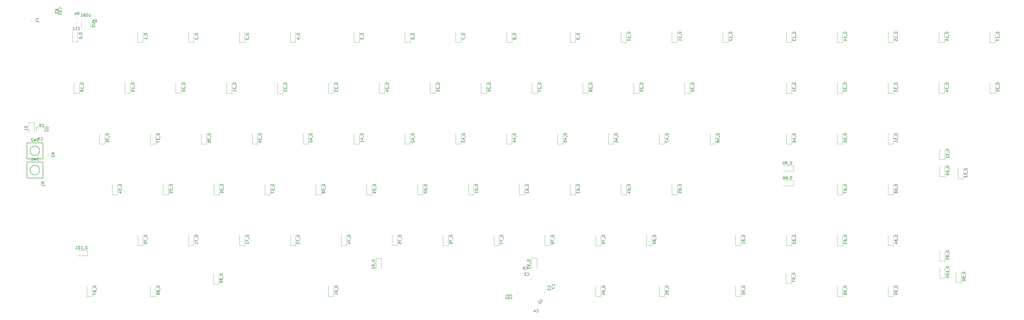
<source format=gbr>
G04 #@! TF.GenerationSoftware,KiCad,Pcbnew,(5.1.7)-1*
G04 #@! TF.CreationDate,2020-11-02T12:32:22-08:00*
G04 #@! TF.ProjectId,PCBV2,50434256-322e-46b6-9963-61645f706362,rev?*
G04 #@! TF.SameCoordinates,Original*
G04 #@! TF.FileFunction,Legend,Bot*
G04 #@! TF.FilePolarity,Positive*
%FSLAX46Y46*%
G04 Gerber Fmt 4.6, Leading zero omitted, Abs format (unit mm)*
G04 Created by KiCad (PCBNEW (5.1.7)-1) date 2020-11-02 12:32:22*
%MOMM*%
%LPD*%
G01*
G04 APERTURE LIST*
%ADD10C,0.120000*%
%ADD11C,0.150000*%
G04 APERTURE END LIST*
D10*
X111787500Y-172831250D02*
X111787500Y-174831250D01*
X111787500Y-174831250D02*
X107887500Y-174831250D01*
X111787500Y-172831250D02*
X107887500Y-172831250D01*
X376106250Y-141081250D02*
X376106250Y-143081250D01*
X376106250Y-143081250D02*
X372206250Y-143081250D01*
X376106250Y-141081250D02*
X372206250Y-141081250D01*
X109515000Y-89165000D02*
X109515000Y-87365000D01*
X112735000Y-87365000D02*
X112735000Y-89815000D01*
X107406221Y-88775000D02*
X107731779Y-88775000D01*
X107406221Y-87755000D02*
X107731779Y-87755000D01*
X114264221Y-84961000D02*
X114589779Y-84961000D01*
X114264221Y-85981000D02*
X114589779Y-85981000D01*
X107985779Y-85981000D02*
X107660221Y-85981000D01*
X107985779Y-84961000D02*
X107660221Y-84961000D01*
X102230650Y-82946021D02*
X102230650Y-83271579D01*
X101210650Y-82946021D02*
X101210650Y-83271579D01*
X99559650Y-83271579D02*
X99559650Y-82946021D01*
X100579650Y-83271579D02*
X100579650Y-82946021D01*
X89773250Y-124813500D02*
X91773250Y-124813500D01*
X91773250Y-124813500D02*
X91773250Y-128713500D01*
X89773250Y-124813500D02*
X89773250Y-128713500D01*
X92546050Y-126595600D02*
X92546050Y-128055600D01*
X95706050Y-126595600D02*
X95706050Y-128755600D01*
X95706050Y-126595600D02*
X94776050Y-126595600D01*
X92546050Y-126595600D02*
X93476050Y-126595600D01*
X278244277Y-193490134D02*
X277908401Y-193826010D01*
X277908401Y-183615388D02*
X278244277Y-183951264D01*
X277572525Y-183951264D02*
X277908401Y-183615388D01*
X272803090Y-188720699D02*
X273138966Y-189056575D01*
X273138966Y-188384823D02*
X272803090Y-188720699D01*
X283013712Y-188720699D02*
X282677836Y-188384823D01*
X282677836Y-189056575D02*
X283013712Y-188720699D01*
D11*
X89075000Y-138509000D02*
X95075000Y-138509000D01*
X95075000Y-138509000D02*
X95075000Y-132509000D01*
X95075000Y-132509000D02*
X89075000Y-132509000D01*
X89075000Y-132509000D02*
X89075000Y-138509000D01*
X93871051Y-135509000D02*
G75*
G03*
X93871051Y-135509000I-1796051J0D01*
G01*
X89075000Y-145748000D02*
X95075000Y-145748000D01*
X95075000Y-145748000D02*
X95075000Y-139748000D01*
X95075000Y-139748000D02*
X89075000Y-139748000D01*
X89075000Y-139748000D02*
X89075000Y-145748000D01*
X93871051Y-142748000D02*
G75*
G03*
X93871051Y-142748000I-1796051J0D01*
G01*
D10*
X97026000Y-137195779D02*
X97026000Y-136870221D01*
X98046000Y-137195779D02*
X98046000Y-136870221D01*
X93216000Y-148117779D02*
X93216000Y-147792221D01*
X94236000Y-148117779D02*
X94236000Y-147792221D01*
X90730000Y-86872578D02*
X90730000Y-86355422D01*
X92150000Y-86872578D02*
X92150000Y-86355422D01*
X275784529Y-181485000D02*
X275458971Y-181485000D01*
X275784529Y-180465000D02*
X275458971Y-180465000D01*
X284382750Y-186598779D02*
X284382750Y-186273221D01*
X285402750Y-186598779D02*
X285402750Y-186273221D01*
X108188000Y-94579000D02*
X108188000Y-90679000D01*
X106188000Y-94579000D02*
X106188000Y-90679000D01*
X108188000Y-94579000D02*
X106188000Y-94579000D01*
X132556250Y-94825000D02*
X132556250Y-90925000D01*
X130556250Y-94825000D02*
X130556250Y-90925000D01*
X132556250Y-94825000D02*
X130556250Y-94825000D01*
X151606250Y-94825000D02*
X151606250Y-90925000D01*
X149606250Y-94825000D02*
X149606250Y-90925000D01*
X151606250Y-94825000D02*
X149606250Y-94825000D01*
X170656250Y-94825000D02*
X170656250Y-90925000D01*
X168656250Y-94825000D02*
X168656250Y-90925000D01*
X170656250Y-94825000D02*
X168656250Y-94825000D01*
X189706250Y-94825000D02*
X189706250Y-90925000D01*
X187706250Y-94825000D02*
X187706250Y-90925000D01*
X189706250Y-94825000D02*
X187706250Y-94825000D01*
X213518750Y-94825000D02*
X213518750Y-90925000D01*
X211518750Y-94825000D02*
X211518750Y-90925000D01*
X213518750Y-94825000D02*
X211518750Y-94825000D01*
X232568750Y-94825000D02*
X232568750Y-90925000D01*
X230568750Y-94825000D02*
X230568750Y-90925000D01*
X232568750Y-94825000D02*
X230568750Y-94825000D01*
X251618750Y-94825000D02*
X251618750Y-90925000D01*
X249618750Y-94825000D02*
X249618750Y-90925000D01*
X251618750Y-94825000D02*
X249618750Y-94825000D01*
X270668750Y-94825000D02*
X270668750Y-90925000D01*
X268668750Y-94825000D02*
X268668750Y-90925000D01*
X270668750Y-94825000D02*
X268668750Y-94825000D01*
X294481250Y-94825000D02*
X294481250Y-90925000D01*
X292481250Y-94825000D02*
X292481250Y-90925000D01*
X294481250Y-94825000D02*
X292481250Y-94825000D01*
X313531250Y-94825000D02*
X313531250Y-90925000D01*
X311531250Y-94825000D02*
X311531250Y-90925000D01*
X313531250Y-94825000D02*
X311531250Y-94825000D01*
X332581250Y-94825000D02*
X332581250Y-90925000D01*
X330581250Y-94825000D02*
X330581250Y-90925000D01*
X332581250Y-94825000D02*
X330581250Y-94825000D01*
X351631250Y-94825000D02*
X351631250Y-90925000D01*
X349631250Y-94825000D02*
X349631250Y-90925000D01*
X351631250Y-94825000D02*
X349631250Y-94825000D01*
X375443750Y-94825000D02*
X375443750Y-90925000D01*
X373443750Y-94825000D02*
X373443750Y-90925000D01*
X375443750Y-94825000D02*
X373443750Y-94825000D01*
X394493750Y-94825000D02*
X394493750Y-90925000D01*
X392493750Y-94825000D02*
X392493750Y-90925000D01*
X394493750Y-94825000D02*
X392493750Y-94825000D01*
X413543750Y-94825000D02*
X413543750Y-90925000D01*
X411543750Y-94825000D02*
X411543750Y-90925000D01*
X413543750Y-94825000D02*
X411543750Y-94825000D01*
X432593750Y-94825000D02*
X432593750Y-90925000D01*
X430593750Y-94825000D02*
X430593750Y-90925000D01*
X432593750Y-94825000D02*
X430593750Y-94825000D01*
X451643750Y-94825000D02*
X451643750Y-90925000D01*
X449643750Y-94825000D02*
X449643750Y-90925000D01*
X451643750Y-94825000D02*
X449643750Y-94825000D01*
X108743750Y-113875000D02*
X108743750Y-109975000D01*
X106743750Y-113875000D02*
X106743750Y-109975000D01*
X108743750Y-113875000D02*
X106743750Y-113875000D01*
X127793750Y-113875000D02*
X127793750Y-109975000D01*
X125793750Y-113875000D02*
X125793750Y-109975000D01*
X127793750Y-113875000D02*
X125793750Y-113875000D01*
X146843750Y-113875000D02*
X146843750Y-109975000D01*
X144843750Y-113875000D02*
X144843750Y-109975000D01*
X146843750Y-113875000D02*
X144843750Y-113875000D01*
X165893750Y-113875000D02*
X165893750Y-109975000D01*
X163893750Y-113875000D02*
X163893750Y-109975000D01*
X165893750Y-113875000D02*
X163893750Y-113875000D01*
X184943750Y-113875000D02*
X184943750Y-109975000D01*
X182943750Y-113875000D02*
X182943750Y-109975000D01*
X184943750Y-113875000D02*
X182943750Y-113875000D01*
X203993750Y-113875000D02*
X203993750Y-109975000D01*
X201993750Y-113875000D02*
X201993750Y-109975000D01*
X203993750Y-113875000D02*
X201993750Y-113875000D01*
X223043750Y-113875000D02*
X223043750Y-109975000D01*
X221043750Y-113875000D02*
X221043750Y-109975000D01*
X223043750Y-113875000D02*
X221043750Y-113875000D01*
X242093750Y-113875000D02*
X242093750Y-109975000D01*
X240093750Y-113875000D02*
X240093750Y-109975000D01*
X242093750Y-113875000D02*
X240093750Y-113875000D01*
X261143750Y-113875000D02*
X261143750Y-109975000D01*
X259143750Y-113875000D02*
X259143750Y-109975000D01*
X261143750Y-113875000D02*
X259143750Y-113875000D01*
X280193750Y-113875000D02*
X280193750Y-109975000D01*
X278193750Y-113875000D02*
X278193750Y-109975000D01*
X280193750Y-113875000D02*
X278193750Y-113875000D01*
X299243750Y-113875000D02*
X299243750Y-109975000D01*
X297243750Y-113875000D02*
X297243750Y-109975000D01*
X299243750Y-113875000D02*
X297243750Y-113875000D01*
X318293750Y-113875000D02*
X318293750Y-109975000D01*
X316293750Y-113875000D02*
X316293750Y-109975000D01*
X318293750Y-113875000D02*
X316293750Y-113875000D01*
X337343750Y-113875000D02*
X337343750Y-109975000D01*
X335343750Y-113875000D02*
X335343750Y-109975000D01*
X337343750Y-113875000D02*
X335343750Y-113875000D01*
X375443750Y-113875000D02*
X375443750Y-109975000D01*
X373443750Y-113875000D02*
X373443750Y-109975000D01*
X375443750Y-113875000D02*
X373443750Y-113875000D01*
X394493750Y-113875000D02*
X394493750Y-109975000D01*
X392493750Y-113875000D02*
X392493750Y-109975000D01*
X394493750Y-113875000D02*
X392493750Y-113875000D01*
X413543750Y-113875000D02*
X413543750Y-109975000D01*
X411543750Y-113875000D02*
X411543750Y-109975000D01*
X413543750Y-113875000D02*
X411543750Y-113875000D01*
X432593750Y-113875000D02*
X432593750Y-109975000D01*
X430593750Y-113875000D02*
X430593750Y-109975000D01*
X432593750Y-113875000D02*
X430593750Y-113875000D01*
X451643750Y-113875000D02*
X451643750Y-109975000D01*
X449643750Y-113875000D02*
X449643750Y-109975000D01*
X451643750Y-113875000D02*
X449643750Y-113875000D01*
X118268750Y-132925000D02*
X118268750Y-129025000D01*
X116268750Y-132925000D02*
X116268750Y-129025000D01*
X118268750Y-132925000D02*
X116268750Y-132925000D01*
X137318750Y-132925000D02*
X137318750Y-129025000D01*
X135318750Y-132925000D02*
X135318750Y-129025000D01*
X137318750Y-132925000D02*
X135318750Y-132925000D01*
X156368750Y-132925000D02*
X156368750Y-129025000D01*
X154368750Y-132925000D02*
X154368750Y-129025000D01*
X156368750Y-132925000D02*
X154368750Y-132925000D01*
X175418750Y-132925000D02*
X175418750Y-129025000D01*
X173418750Y-132925000D02*
X173418750Y-129025000D01*
X175418750Y-132925000D02*
X173418750Y-132925000D01*
X194468750Y-132925000D02*
X194468750Y-129025000D01*
X192468750Y-132925000D02*
X192468750Y-129025000D01*
X194468750Y-132925000D02*
X192468750Y-132925000D01*
X213518750Y-132925000D02*
X213518750Y-129025000D01*
X211518750Y-132925000D02*
X211518750Y-129025000D01*
X213518750Y-132925000D02*
X211518750Y-132925000D01*
X232568750Y-132925000D02*
X232568750Y-129025000D01*
X230568750Y-132925000D02*
X230568750Y-129025000D01*
X232568750Y-132925000D02*
X230568750Y-132925000D01*
X251618750Y-132925000D02*
X251618750Y-129025000D01*
X249618750Y-132925000D02*
X249618750Y-129025000D01*
X251618750Y-132925000D02*
X249618750Y-132925000D01*
X270668750Y-132925000D02*
X270668750Y-129025000D01*
X268668750Y-132925000D02*
X268668750Y-129025000D01*
X270668750Y-132925000D02*
X268668750Y-132925000D01*
X289718750Y-132925000D02*
X289718750Y-129025000D01*
X287718750Y-132925000D02*
X287718750Y-129025000D01*
X289718750Y-132925000D02*
X287718750Y-132925000D01*
X308768750Y-132925000D02*
X308768750Y-129025000D01*
X306768750Y-132925000D02*
X306768750Y-129025000D01*
X308768750Y-132925000D02*
X306768750Y-132925000D01*
X327818750Y-132925000D02*
X327818750Y-129025000D01*
X325818750Y-132925000D02*
X325818750Y-129025000D01*
X327818750Y-132925000D02*
X325818750Y-132925000D01*
X346868750Y-132925000D02*
X346868750Y-129025000D01*
X344868750Y-132925000D02*
X344868750Y-129025000D01*
X346868750Y-132925000D02*
X344868750Y-132925000D01*
X375443750Y-132925000D02*
X375443750Y-129025000D01*
X373443750Y-132925000D02*
X373443750Y-129025000D01*
X375443750Y-132925000D02*
X373443750Y-132925000D01*
X394493750Y-132925000D02*
X394493750Y-129025000D01*
X392493750Y-132925000D02*
X392493750Y-129025000D01*
X394493750Y-132925000D02*
X392493750Y-132925000D01*
X413543750Y-132925000D02*
X413543750Y-129025000D01*
X411543750Y-132925000D02*
X411543750Y-129025000D01*
X413543750Y-132925000D02*
X411543750Y-132925000D01*
X432800000Y-138775000D02*
X432800000Y-134875000D01*
X430800000Y-138775000D02*
X430800000Y-134875000D01*
X432800000Y-138775000D02*
X430800000Y-138775000D01*
X123031250Y-151975000D02*
X123031250Y-148075000D01*
X121031250Y-151975000D02*
X121031250Y-148075000D01*
X123031250Y-151975000D02*
X121031250Y-151975000D01*
X142081250Y-151975000D02*
X142081250Y-148075000D01*
X140081250Y-151975000D02*
X140081250Y-148075000D01*
X142081250Y-151975000D02*
X140081250Y-151975000D01*
X161131250Y-151975000D02*
X161131250Y-148075000D01*
X159131250Y-151975000D02*
X159131250Y-148075000D01*
X161131250Y-151975000D02*
X159131250Y-151975000D01*
X180181250Y-151975000D02*
X180181250Y-148075000D01*
X178181250Y-151975000D02*
X178181250Y-148075000D01*
X180181250Y-151975000D02*
X178181250Y-151975000D01*
X199231250Y-151975000D02*
X199231250Y-148075000D01*
X197231250Y-151975000D02*
X197231250Y-148075000D01*
X199231250Y-151975000D02*
X197231250Y-151975000D01*
X218281250Y-151975000D02*
X218281250Y-148075000D01*
X216281250Y-151975000D02*
X216281250Y-148075000D01*
X218281250Y-151975000D02*
X216281250Y-151975000D01*
X237331250Y-151975000D02*
X237331250Y-148075000D01*
X235331250Y-151975000D02*
X235331250Y-148075000D01*
X237331250Y-151975000D02*
X235331250Y-151975000D01*
X256381250Y-151975000D02*
X256381250Y-148075000D01*
X254381250Y-151975000D02*
X254381250Y-148075000D01*
X256381250Y-151975000D02*
X254381250Y-151975000D01*
X275431250Y-151975000D02*
X275431250Y-148075000D01*
X273431250Y-151975000D02*
X273431250Y-148075000D01*
X275431250Y-151975000D02*
X273431250Y-151975000D01*
X294481250Y-151975000D02*
X294481250Y-148075000D01*
X292481250Y-151975000D02*
X292481250Y-148075000D01*
X294481250Y-151975000D02*
X292481250Y-151975000D01*
X313531250Y-151975000D02*
X313531250Y-148075000D01*
X311531250Y-151975000D02*
X311531250Y-148075000D01*
X313531250Y-151975000D02*
X311531250Y-151975000D01*
X332581250Y-151975000D02*
X332581250Y-148075000D01*
X330581250Y-151975000D02*
X330581250Y-148075000D01*
X332581250Y-151975000D02*
X330581250Y-151975000D01*
X376106250Y-146637500D02*
X372206250Y-146637500D01*
X376106250Y-148637500D02*
X372206250Y-148637500D01*
X376106250Y-146637500D02*
X376106250Y-148637500D01*
X394493750Y-151975000D02*
X394493750Y-148075000D01*
X392493750Y-151975000D02*
X392493750Y-148075000D01*
X394493750Y-151975000D02*
X392493750Y-151975000D01*
X413543750Y-151975000D02*
X413543750Y-148075000D01*
X411543750Y-151975000D02*
X411543750Y-148075000D01*
X413543750Y-151975000D02*
X411543750Y-151975000D01*
X432800000Y-145125000D02*
X432800000Y-141225000D01*
X430800000Y-145125000D02*
X430800000Y-141225000D01*
X432800000Y-145125000D02*
X430800000Y-145125000D01*
X439658000Y-146014000D02*
X439658000Y-142114000D01*
X437658000Y-146014000D02*
X437658000Y-142114000D01*
X439658000Y-146014000D02*
X437658000Y-146014000D01*
X132556250Y-171025000D02*
X132556250Y-167125000D01*
X130556250Y-171025000D02*
X130556250Y-167125000D01*
X132556250Y-171025000D02*
X130556250Y-171025000D01*
X151606250Y-171025000D02*
X151606250Y-167125000D01*
X149606250Y-171025000D02*
X149606250Y-167125000D01*
X151606250Y-171025000D02*
X149606250Y-171025000D01*
X170656250Y-171025000D02*
X170656250Y-167125000D01*
X168656250Y-171025000D02*
X168656250Y-167125000D01*
X170656250Y-171025000D02*
X168656250Y-171025000D01*
X189706250Y-171025000D02*
X189706250Y-167125000D01*
X187706250Y-171025000D02*
X187706250Y-167125000D01*
X189706250Y-171025000D02*
X187706250Y-171025000D01*
X208756250Y-171025000D02*
X208756250Y-167125000D01*
X206756250Y-171025000D02*
X206756250Y-167125000D01*
X208756250Y-171025000D02*
X206756250Y-171025000D01*
X227806250Y-171025000D02*
X227806250Y-167125000D01*
X225806250Y-171025000D02*
X225806250Y-167125000D01*
X227806250Y-171025000D02*
X225806250Y-171025000D01*
X246856250Y-171025000D02*
X246856250Y-167125000D01*
X244856250Y-171025000D02*
X244856250Y-167125000D01*
X246856250Y-171025000D02*
X244856250Y-171025000D01*
X265906250Y-171025000D02*
X265906250Y-167125000D01*
X263906250Y-171025000D02*
X263906250Y-167125000D01*
X265906250Y-171025000D02*
X263906250Y-171025000D01*
X284956250Y-171025000D02*
X284956250Y-167125000D01*
X282956250Y-171025000D02*
X282956250Y-167125000D01*
X284956250Y-171025000D02*
X282956250Y-171025000D01*
X304006250Y-171025000D02*
X304006250Y-167125000D01*
X302006250Y-171025000D02*
X302006250Y-167125000D01*
X304006250Y-171025000D02*
X302006250Y-171025000D01*
X323056250Y-171025000D02*
X323056250Y-167125000D01*
X321056250Y-171025000D02*
X321056250Y-167125000D01*
X323056250Y-171025000D02*
X321056250Y-171025000D01*
X356393750Y-171025000D02*
X356393750Y-167125000D01*
X354393750Y-171025000D02*
X354393750Y-167125000D01*
X356393750Y-171025000D02*
X354393750Y-171025000D01*
X375443750Y-171025000D02*
X375443750Y-167125000D01*
X373443750Y-171025000D02*
X373443750Y-167125000D01*
X375443750Y-171025000D02*
X373443750Y-171025000D01*
X394493750Y-171025000D02*
X394493750Y-167125000D01*
X392493750Y-171025000D02*
X392493750Y-167125000D01*
X394493750Y-171025000D02*
X392493750Y-171025000D01*
X413543750Y-171025000D02*
X413543750Y-167125000D01*
X411543750Y-171025000D02*
X411543750Y-167125000D01*
X413543750Y-171025000D02*
X411543750Y-171025000D01*
X432800000Y-176875000D02*
X432800000Y-172975000D01*
X430800000Y-176875000D02*
X430800000Y-172975000D01*
X432800000Y-176875000D02*
X430800000Y-176875000D01*
X113506250Y-190075000D02*
X113506250Y-186175000D01*
X111506250Y-190075000D02*
X111506250Y-186175000D01*
X113506250Y-190075000D02*
X111506250Y-190075000D01*
X137318750Y-190075000D02*
X137318750Y-186175000D01*
X135318750Y-190075000D02*
X135318750Y-186175000D01*
X137318750Y-190075000D02*
X135318750Y-190075000D01*
X160893000Y-185511000D02*
X160893000Y-181611000D01*
X158893000Y-185511000D02*
X158893000Y-181611000D01*
X160893000Y-185511000D02*
X158893000Y-185511000D01*
X203993750Y-190075000D02*
X203993750Y-186175000D01*
X201993750Y-190075000D02*
X201993750Y-186175000D01*
X203993750Y-190075000D02*
X201993750Y-190075000D01*
X219853000Y-175804000D02*
X219853000Y-179704000D01*
X221853000Y-175804000D02*
X221853000Y-179704000D01*
X219853000Y-175804000D02*
X221853000Y-175804000D01*
X278019000Y-175804000D02*
X278019000Y-179704000D01*
X280019000Y-175804000D02*
X280019000Y-179704000D01*
X278019000Y-175804000D02*
X280019000Y-175804000D01*
X304006250Y-190075000D02*
X304006250Y-186175000D01*
X302006250Y-190075000D02*
X302006250Y-186175000D01*
X304006250Y-190075000D02*
X302006250Y-190075000D01*
X327818750Y-190075000D02*
X327818750Y-186175000D01*
X325818750Y-190075000D02*
X325818750Y-186175000D01*
X327818750Y-190075000D02*
X325818750Y-190075000D01*
X356393750Y-190075000D02*
X356393750Y-186175000D01*
X354393750Y-190075000D02*
X354393750Y-186175000D01*
X356393750Y-190075000D02*
X354393750Y-190075000D01*
X375269000Y-185257000D02*
X375269000Y-181357000D01*
X373269000Y-185257000D02*
X373269000Y-181357000D01*
X375269000Y-185257000D02*
X373269000Y-185257000D01*
X394493750Y-190075000D02*
X394493750Y-186175000D01*
X392493750Y-190075000D02*
X392493750Y-186175000D01*
X394493750Y-190075000D02*
X392493750Y-190075000D01*
X413543750Y-190075000D02*
X413543750Y-186175000D01*
X411543750Y-190075000D02*
X411543750Y-186175000D01*
X413543750Y-190075000D02*
X411543750Y-190075000D01*
X432800000Y-183225000D02*
X432800000Y-179325000D01*
X430800000Y-183225000D02*
X430800000Y-179325000D01*
X432800000Y-183225000D02*
X430800000Y-183225000D01*
X438896000Y-184876000D02*
X438896000Y-180976000D01*
X436896000Y-184876000D02*
X436896000Y-180976000D01*
X438896000Y-184876000D02*
X436896000Y-184876000D01*
D11*
X111608928Y-172283630D02*
X111608928Y-171283630D01*
X111370833Y-171283630D01*
X111227976Y-171331250D01*
X111132738Y-171426488D01*
X111085119Y-171521726D01*
X111037500Y-171712202D01*
X111037500Y-171855059D01*
X111085119Y-172045535D01*
X111132738Y-172140773D01*
X111227976Y-172236011D01*
X111370833Y-172283630D01*
X111608928Y-172283630D01*
X110847023Y-172378869D02*
X110085119Y-172378869D01*
X109323214Y-172283630D02*
X109894642Y-172283630D01*
X109608928Y-172283630D02*
X109608928Y-171283630D01*
X109704166Y-171426488D01*
X109799404Y-171521726D01*
X109894642Y-171569345D01*
X108704166Y-171283630D02*
X108608928Y-171283630D01*
X108513690Y-171331250D01*
X108466071Y-171378869D01*
X108418452Y-171474107D01*
X108370833Y-171664583D01*
X108370833Y-171902678D01*
X108418452Y-172093154D01*
X108466071Y-172188392D01*
X108513690Y-172236011D01*
X108608928Y-172283630D01*
X108704166Y-172283630D01*
X108799404Y-172236011D01*
X108847023Y-172188392D01*
X108894642Y-172093154D01*
X108942261Y-171902678D01*
X108942261Y-171664583D01*
X108894642Y-171474107D01*
X108847023Y-171378869D01*
X108799404Y-171331250D01*
X108704166Y-171283630D01*
X107418452Y-172283630D02*
X107989880Y-172283630D01*
X107704166Y-172283630D02*
X107704166Y-171283630D01*
X107799404Y-171426488D01*
X107894642Y-171521726D01*
X107989880Y-171569345D01*
X375451488Y-140533630D02*
X375451488Y-139533630D01*
X375213392Y-139533630D01*
X375070535Y-139581250D01*
X374975297Y-139676488D01*
X374927678Y-139771726D01*
X374880059Y-139962202D01*
X374880059Y-140105059D01*
X374927678Y-140295535D01*
X374975297Y-140390773D01*
X375070535Y-140486011D01*
X375213392Y-140533630D01*
X375451488Y-140533630D01*
X374689583Y-140628869D02*
X373927678Y-140628869D01*
X373641964Y-140533630D02*
X373451488Y-140533630D01*
X373356250Y-140486011D01*
X373308630Y-140438392D01*
X373213392Y-140295535D01*
X373165773Y-140105059D01*
X373165773Y-139724107D01*
X373213392Y-139628869D01*
X373261011Y-139581250D01*
X373356250Y-139533630D01*
X373546726Y-139533630D01*
X373641964Y-139581250D01*
X373689583Y-139628869D01*
X373737202Y-139724107D01*
X373737202Y-139962202D01*
X373689583Y-140057440D01*
X373641964Y-140105059D01*
X373546726Y-140152678D01*
X373356250Y-140152678D01*
X373261011Y-140105059D01*
X373213392Y-140057440D01*
X373165773Y-139962202D01*
X372546726Y-139533630D02*
X372451488Y-139533630D01*
X372356250Y-139581250D01*
X372308630Y-139628869D01*
X372261011Y-139724107D01*
X372213392Y-139914583D01*
X372213392Y-140152678D01*
X372261011Y-140343154D01*
X372308630Y-140438392D01*
X372356250Y-140486011D01*
X372451488Y-140533630D01*
X372546726Y-140533630D01*
X372641964Y-140486011D01*
X372689583Y-140438392D01*
X372737202Y-140343154D01*
X372784821Y-140152678D01*
X372784821Y-139914583D01*
X372737202Y-139724107D01*
X372689583Y-139628869D01*
X372641964Y-139581250D01*
X372546726Y-139533630D01*
X113477380Y-87503095D02*
X114286904Y-87503095D01*
X114382142Y-87550714D01*
X114429761Y-87598333D01*
X114477380Y-87693571D01*
X114477380Y-87884047D01*
X114429761Y-87979285D01*
X114382142Y-88026904D01*
X114286904Y-88074523D01*
X113477380Y-88074523D01*
X113477380Y-88455476D02*
X113477380Y-89074523D01*
X113858333Y-88741190D01*
X113858333Y-88884047D01*
X113905952Y-88979285D01*
X113953571Y-89026904D01*
X114048809Y-89074523D01*
X114286904Y-89074523D01*
X114382142Y-89026904D01*
X114429761Y-88979285D01*
X114477380Y-88884047D01*
X114477380Y-88598333D01*
X114429761Y-88503095D01*
X114382142Y-88455476D01*
X108211857Y-90052142D02*
X108259476Y-90099761D01*
X108402333Y-90147380D01*
X108497571Y-90147380D01*
X108640428Y-90099761D01*
X108735666Y-90004523D01*
X108783285Y-89909285D01*
X108830904Y-89718809D01*
X108830904Y-89575952D01*
X108783285Y-89385476D01*
X108735666Y-89290238D01*
X108640428Y-89195000D01*
X108497571Y-89147380D01*
X108402333Y-89147380D01*
X108259476Y-89195000D01*
X108211857Y-89242619D01*
X107259476Y-90147380D02*
X107830904Y-90147380D01*
X107545190Y-90147380D02*
X107545190Y-89147380D01*
X107640428Y-89290238D01*
X107735666Y-89385476D01*
X107830904Y-89433095D01*
X106307095Y-90147380D02*
X106878523Y-90147380D01*
X106592809Y-90147380D02*
X106592809Y-89147380D01*
X106688047Y-89290238D01*
X106783285Y-89385476D01*
X106878523Y-89433095D01*
X114593666Y-87353380D02*
X114927000Y-86877190D01*
X115165095Y-87353380D02*
X115165095Y-86353380D01*
X114784142Y-86353380D01*
X114688904Y-86401000D01*
X114641285Y-86448619D01*
X114593666Y-86543857D01*
X114593666Y-86686714D01*
X114641285Y-86781952D01*
X114688904Y-86829571D01*
X114784142Y-86877190D01*
X115165095Y-86877190D01*
X113688904Y-86353380D02*
X114165095Y-86353380D01*
X114212714Y-86829571D01*
X114165095Y-86781952D01*
X114069857Y-86734333D01*
X113831761Y-86734333D01*
X113736523Y-86781952D01*
X113688904Y-86829571D01*
X113641285Y-86924809D01*
X113641285Y-87162904D01*
X113688904Y-87258142D01*
X113736523Y-87305761D01*
X113831761Y-87353380D01*
X114069857Y-87353380D01*
X114165095Y-87305761D01*
X114212714Y-87258142D01*
X107989666Y-84493380D02*
X108323000Y-84017190D01*
X108561095Y-84493380D02*
X108561095Y-83493380D01*
X108180142Y-83493380D01*
X108084904Y-83541000D01*
X108037285Y-83588619D01*
X107989666Y-83683857D01*
X107989666Y-83826714D01*
X108037285Y-83921952D01*
X108084904Y-83969571D01*
X108180142Y-84017190D01*
X108561095Y-84017190D01*
X107132523Y-83826714D02*
X107132523Y-84493380D01*
X107370619Y-83445761D02*
X107608714Y-84160047D01*
X106989666Y-84160047D01*
X100743030Y-82942133D02*
X100266840Y-82608800D01*
X100743030Y-82370704D02*
X99743030Y-82370704D01*
X99743030Y-82751657D01*
X99790650Y-82846895D01*
X99838269Y-82894514D01*
X99933507Y-82942133D01*
X100076364Y-82942133D01*
X100171602Y-82894514D01*
X100219221Y-82846895D01*
X100266840Y-82751657D01*
X100266840Y-82370704D01*
X99743030Y-83275466D02*
X99743030Y-83894514D01*
X100123983Y-83561180D01*
X100123983Y-83704038D01*
X100171602Y-83799276D01*
X100219221Y-83846895D01*
X100314459Y-83894514D01*
X100552554Y-83894514D01*
X100647792Y-83846895D01*
X100695411Y-83799276D01*
X100743030Y-83704038D01*
X100743030Y-83418323D01*
X100695411Y-83323085D01*
X100647792Y-83275466D01*
X101856792Y-82465942D02*
X101904411Y-82418323D01*
X101952030Y-82275466D01*
X101952030Y-82180228D01*
X101904411Y-82037371D01*
X101809173Y-81942133D01*
X101713935Y-81894514D01*
X101523459Y-81846895D01*
X101380602Y-81846895D01*
X101190126Y-81894514D01*
X101094888Y-81942133D01*
X100999650Y-82037371D01*
X100952030Y-82180228D01*
X100952030Y-82275466D01*
X100999650Y-82418323D01*
X101047269Y-82465942D01*
X101952030Y-83418323D02*
X101952030Y-82846895D01*
X101952030Y-83132609D02*
X100952030Y-83132609D01*
X101094888Y-83037371D01*
X101190126Y-82942133D01*
X101237745Y-82846895D01*
X100952030Y-84037371D02*
X100952030Y-84132609D01*
X100999650Y-84227847D01*
X101047269Y-84275466D01*
X101142507Y-84323085D01*
X101332983Y-84370704D01*
X101571078Y-84370704D01*
X101761554Y-84323085D01*
X101856792Y-84275466D01*
X101904411Y-84227847D01*
X101952030Y-84132609D01*
X101952030Y-84037371D01*
X101904411Y-83942133D01*
X101856792Y-83894514D01*
X101761554Y-83846895D01*
X101571078Y-83799276D01*
X101332983Y-83799276D01*
X101142507Y-83846895D01*
X101047269Y-83894514D01*
X100999650Y-83942133D01*
X100952030Y-84037371D01*
X89225630Y-126325404D02*
X88225630Y-126325404D01*
X88225630Y-126563500D01*
X88273250Y-126706357D01*
X88368488Y-126801595D01*
X88463726Y-126849214D01*
X88654202Y-126896833D01*
X88797059Y-126896833D01*
X88987535Y-126849214D01*
X89082773Y-126801595D01*
X89178011Y-126706357D01*
X89225630Y-126563500D01*
X89225630Y-126325404D01*
X89225630Y-127849214D02*
X89225630Y-127277785D01*
X89225630Y-127563500D02*
X88225630Y-127563500D01*
X88368488Y-127468261D01*
X88463726Y-127373023D01*
X88511345Y-127277785D01*
X112863095Y-84108630D02*
X112863095Y-84918154D01*
X112815476Y-85013392D01*
X112767857Y-85061011D01*
X112672619Y-85108630D01*
X112482142Y-85108630D01*
X112386904Y-85061011D01*
X112339285Y-85013392D01*
X112291666Y-84918154D01*
X112291666Y-84108630D01*
X111863095Y-85061011D02*
X111720238Y-85108630D01*
X111482142Y-85108630D01*
X111386904Y-85061011D01*
X111339285Y-85013392D01*
X111291666Y-84918154D01*
X111291666Y-84822916D01*
X111339285Y-84727678D01*
X111386904Y-84680059D01*
X111482142Y-84632440D01*
X111672619Y-84584821D01*
X111767857Y-84537202D01*
X111815476Y-84489583D01*
X111863095Y-84394345D01*
X111863095Y-84299107D01*
X111815476Y-84203869D01*
X111767857Y-84156250D01*
X111672619Y-84108630D01*
X111434523Y-84108630D01*
X111291666Y-84156250D01*
X110529761Y-84584821D02*
X110386904Y-84632440D01*
X110339285Y-84680059D01*
X110291666Y-84775297D01*
X110291666Y-84918154D01*
X110339285Y-85013392D01*
X110386904Y-85061011D01*
X110482142Y-85108630D01*
X110863095Y-85108630D01*
X110863095Y-84108630D01*
X110529761Y-84108630D01*
X110434523Y-84156250D01*
X110386904Y-84203869D01*
X110339285Y-84299107D01*
X110339285Y-84394345D01*
X110386904Y-84489583D01*
X110434523Y-84537202D01*
X110529761Y-84584821D01*
X110863095Y-84584821D01*
X109339285Y-85108630D02*
X109910714Y-85108630D01*
X109625000Y-85108630D02*
X109625000Y-84108630D01*
X109720238Y-84251488D01*
X109815476Y-84346726D01*
X109910714Y-84394345D01*
X96078430Y-126593695D02*
X96887954Y-126593695D01*
X96983192Y-126641314D01*
X97030811Y-126688933D01*
X97078430Y-126784171D01*
X97078430Y-126974647D01*
X97030811Y-127069885D01*
X96983192Y-127117504D01*
X96887954Y-127165123D01*
X96078430Y-127165123D01*
X96173669Y-127593695D02*
X96126050Y-127641314D01*
X96078430Y-127736552D01*
X96078430Y-127974647D01*
X96126050Y-128069885D01*
X96173669Y-128117504D01*
X96268907Y-128165123D01*
X96364145Y-128165123D01*
X96507002Y-128117504D01*
X97078430Y-127546076D01*
X97078430Y-128165123D01*
X281468178Y-191202980D02*
X282040598Y-191775400D01*
X282074270Y-191876415D01*
X282074270Y-191943759D01*
X282040598Y-192044774D01*
X281905911Y-192179461D01*
X281804896Y-192213133D01*
X281737552Y-192213133D01*
X281636537Y-192179461D01*
X281064117Y-191607041D01*
X281064117Y-193021255D02*
X281468178Y-192617194D01*
X281266148Y-192819224D02*
X280559041Y-192112118D01*
X280727400Y-192145789D01*
X280862087Y-192145789D01*
X280963102Y-192112118D01*
X93408333Y-131849761D02*
X93265476Y-131897380D01*
X93027380Y-131897380D01*
X92932142Y-131849761D01*
X92884523Y-131802142D01*
X92836904Y-131706904D01*
X92836904Y-131611666D01*
X92884523Y-131516428D01*
X92932142Y-131468809D01*
X93027380Y-131421190D01*
X93217857Y-131373571D01*
X93313095Y-131325952D01*
X93360714Y-131278333D01*
X93408333Y-131183095D01*
X93408333Y-131087857D01*
X93360714Y-130992619D01*
X93313095Y-130945000D01*
X93217857Y-130897380D01*
X92979761Y-130897380D01*
X92836904Y-130945000D01*
X92503571Y-130897380D02*
X92265476Y-131897380D01*
X92075000Y-131183095D01*
X91884523Y-131897380D01*
X91646428Y-130897380D01*
X91313095Y-130992619D02*
X91265476Y-130945000D01*
X91170238Y-130897380D01*
X90932142Y-130897380D01*
X90836904Y-130945000D01*
X90789285Y-130992619D01*
X90741666Y-131087857D01*
X90741666Y-131183095D01*
X90789285Y-131325952D01*
X91360714Y-131897380D01*
X90741666Y-131897380D01*
X93408333Y-139088761D02*
X93265476Y-139136380D01*
X93027380Y-139136380D01*
X92932142Y-139088761D01*
X92884523Y-139041142D01*
X92836904Y-138945904D01*
X92836904Y-138850666D01*
X92884523Y-138755428D01*
X92932142Y-138707809D01*
X93027380Y-138660190D01*
X93217857Y-138612571D01*
X93313095Y-138564952D01*
X93360714Y-138517333D01*
X93408333Y-138422095D01*
X93408333Y-138326857D01*
X93360714Y-138231619D01*
X93313095Y-138184000D01*
X93217857Y-138136380D01*
X92979761Y-138136380D01*
X92836904Y-138184000D01*
X92503571Y-138136380D02*
X92265476Y-139136380D01*
X92075000Y-138422095D01*
X91884523Y-139136380D01*
X91646428Y-138136380D01*
X90741666Y-139136380D02*
X91313095Y-139136380D01*
X91027380Y-139136380D02*
X91027380Y-138136380D01*
X91122619Y-138279238D01*
X91217857Y-138374476D01*
X91313095Y-138422095D01*
X99418380Y-136866333D02*
X98942190Y-136533000D01*
X99418380Y-136294904D02*
X98418380Y-136294904D01*
X98418380Y-136675857D01*
X98466000Y-136771095D01*
X98513619Y-136818714D01*
X98608857Y-136866333D01*
X98751714Y-136866333D01*
X98846952Y-136818714D01*
X98894571Y-136771095D01*
X98942190Y-136675857D01*
X98942190Y-136294904D01*
X98513619Y-137247285D02*
X98466000Y-137294904D01*
X98418380Y-137390142D01*
X98418380Y-137628238D01*
X98466000Y-137723476D01*
X98513619Y-137771095D01*
X98608857Y-137818714D01*
X98704095Y-137818714D01*
X98846952Y-137771095D01*
X99418380Y-137199666D01*
X99418380Y-137818714D01*
X95608380Y-147788333D02*
X95132190Y-147455000D01*
X95608380Y-147216904D02*
X94608380Y-147216904D01*
X94608380Y-147597857D01*
X94656000Y-147693095D01*
X94703619Y-147740714D01*
X94798857Y-147788333D01*
X94941714Y-147788333D01*
X95036952Y-147740714D01*
X95084571Y-147693095D01*
X95132190Y-147597857D01*
X95132190Y-147216904D01*
X95608380Y-148740714D02*
X95608380Y-148169285D01*
X95608380Y-148455000D02*
X94608380Y-148455000D01*
X94751238Y-148359761D01*
X94846476Y-148264523D01*
X94894095Y-148169285D01*
X93018571Y-86280666D02*
X93018571Y-85947333D01*
X93542380Y-85947333D02*
X92542380Y-85947333D01*
X92542380Y-86423523D01*
X93542380Y-87328285D02*
X93542380Y-86756857D01*
X93542380Y-87042571D02*
X92542380Y-87042571D01*
X92685238Y-86947333D01*
X92780476Y-86852095D01*
X92828095Y-86756857D01*
X94241916Y-131448142D02*
X94289535Y-131495761D01*
X94432392Y-131543380D01*
X94527630Y-131543380D01*
X94670488Y-131495761D01*
X94765726Y-131400523D01*
X94813345Y-131305285D01*
X94860964Y-131114809D01*
X94860964Y-130971952D01*
X94813345Y-130781476D01*
X94765726Y-130686238D01*
X94670488Y-130591000D01*
X94527630Y-130543380D01*
X94432392Y-130543380D01*
X94289535Y-130591000D01*
X94241916Y-130638619D01*
X93765726Y-131543380D02*
X93575250Y-131543380D01*
X93480011Y-131495761D01*
X93432392Y-131448142D01*
X93337154Y-131305285D01*
X93289535Y-131114809D01*
X93289535Y-130733857D01*
X93337154Y-130638619D01*
X93384773Y-130591000D01*
X93480011Y-130543380D01*
X93670488Y-130543380D01*
X93765726Y-130591000D01*
X93813345Y-130638619D01*
X93860964Y-130733857D01*
X93860964Y-130971952D01*
X93813345Y-131067190D01*
X93765726Y-131114809D01*
X93670488Y-131162428D01*
X93480011Y-131162428D01*
X93384773Y-131114809D01*
X93337154Y-131067190D01*
X93289535Y-130971952D01*
X94749916Y-126368142D02*
X94797535Y-126415761D01*
X94940392Y-126463380D01*
X95035630Y-126463380D01*
X95178488Y-126415761D01*
X95273726Y-126320523D01*
X95321345Y-126225285D01*
X95368964Y-126034809D01*
X95368964Y-125891952D01*
X95321345Y-125701476D01*
X95273726Y-125606238D01*
X95178488Y-125511000D01*
X95035630Y-125463380D01*
X94940392Y-125463380D01*
X94797535Y-125511000D01*
X94749916Y-125558619D01*
X94178488Y-125891952D02*
X94273726Y-125844333D01*
X94321345Y-125796714D01*
X94368964Y-125701476D01*
X94368964Y-125653857D01*
X94321345Y-125558619D01*
X94273726Y-125511000D01*
X94178488Y-125463380D01*
X93988011Y-125463380D01*
X93892773Y-125511000D01*
X93845154Y-125558619D01*
X93797535Y-125653857D01*
X93797535Y-125701476D01*
X93845154Y-125796714D01*
X93892773Y-125844333D01*
X93988011Y-125891952D01*
X94178488Y-125891952D01*
X94273726Y-125939571D01*
X94321345Y-125987190D01*
X94368964Y-126082428D01*
X94368964Y-126272904D01*
X94321345Y-126368142D01*
X94273726Y-126415761D01*
X94178488Y-126463380D01*
X93988011Y-126463380D01*
X93892773Y-126415761D01*
X93845154Y-126368142D01*
X93797535Y-126272904D01*
X93797535Y-126082428D01*
X93845154Y-125987190D01*
X93892773Y-125939571D01*
X93988011Y-125891952D01*
X270541692Y-190155533D02*
X270589311Y-190107914D01*
X270636930Y-189965057D01*
X270636930Y-189869819D01*
X270589311Y-189726961D01*
X270494073Y-189631723D01*
X270398835Y-189584104D01*
X270208359Y-189536485D01*
X270065502Y-189536485D01*
X269875026Y-189584104D01*
X269779788Y-189631723D01*
X269684550Y-189726961D01*
X269636930Y-189869819D01*
X269636930Y-189965057D01*
X269684550Y-190107914D01*
X269732169Y-190155533D01*
X270636930Y-191107914D02*
X270636930Y-190536485D01*
X270636930Y-190822200D02*
X269636930Y-190822200D01*
X269779788Y-190726961D01*
X269875026Y-190631723D01*
X269922645Y-190536485D01*
X275788416Y-179902142D02*
X275836035Y-179949761D01*
X275978892Y-179997380D01*
X276074130Y-179997380D01*
X276216988Y-179949761D01*
X276312226Y-179854523D01*
X276359845Y-179759285D01*
X276407464Y-179568809D01*
X276407464Y-179425952D01*
X276359845Y-179235476D01*
X276312226Y-179140238D01*
X276216988Y-179045000D01*
X276074130Y-178997380D01*
X275978892Y-178997380D01*
X275836035Y-179045000D01*
X275788416Y-179092619D01*
X274931273Y-178997380D02*
X275121750Y-178997380D01*
X275216988Y-179045000D01*
X275264607Y-179092619D01*
X275359845Y-179235476D01*
X275407464Y-179425952D01*
X275407464Y-179806904D01*
X275359845Y-179902142D01*
X275312226Y-179949761D01*
X275216988Y-179997380D01*
X275026511Y-179997380D01*
X274931273Y-179949761D01*
X274883654Y-179902142D01*
X274836035Y-179806904D01*
X274836035Y-179568809D01*
X274883654Y-179473571D01*
X274931273Y-179425952D01*
X275026511Y-179378333D01*
X275216988Y-179378333D01*
X275312226Y-179425952D01*
X275359845Y-179473571D01*
X275407464Y-179568809D01*
X269347892Y-190155533D02*
X269395511Y-190107914D01*
X269443130Y-189965057D01*
X269443130Y-189869819D01*
X269395511Y-189726961D01*
X269300273Y-189631723D01*
X269205035Y-189584104D01*
X269014559Y-189536485D01*
X268871702Y-189536485D01*
X268681226Y-189584104D01*
X268585988Y-189631723D01*
X268490750Y-189726961D01*
X268443130Y-189869819D01*
X268443130Y-189965057D01*
X268490750Y-190107914D01*
X268538369Y-190155533D01*
X268443130Y-191060295D02*
X268443130Y-190584104D01*
X268919321Y-190536485D01*
X268871702Y-190584104D01*
X268824083Y-190679342D01*
X268824083Y-190917438D01*
X268871702Y-191012676D01*
X268919321Y-191060295D01*
X269014559Y-191107914D01*
X269252654Y-191107914D01*
X269347892Y-191060295D01*
X269395511Y-191012676D01*
X269443130Y-190917438D01*
X269443130Y-190679342D01*
X269395511Y-190584104D01*
X269347892Y-190536485D01*
X279852416Y-195964142D02*
X279900035Y-196011761D01*
X280042892Y-196059380D01*
X280138130Y-196059380D01*
X280280988Y-196011761D01*
X280376226Y-195916523D01*
X280423845Y-195821285D01*
X280471464Y-195630809D01*
X280471464Y-195487952D01*
X280423845Y-195297476D01*
X280376226Y-195202238D01*
X280280988Y-195107000D01*
X280138130Y-195059380D01*
X280042892Y-195059380D01*
X279900035Y-195107000D01*
X279852416Y-195154619D01*
X278995273Y-195392714D02*
X278995273Y-196059380D01*
X279233369Y-195011761D02*
X279471464Y-195726047D01*
X278852416Y-195726047D01*
X285048292Y-186802733D02*
X285095911Y-186755114D01*
X285143530Y-186612257D01*
X285143530Y-186517019D01*
X285095911Y-186374161D01*
X285000673Y-186278923D01*
X284905435Y-186231304D01*
X284714959Y-186183685D01*
X284572102Y-186183685D01*
X284381626Y-186231304D01*
X284286388Y-186278923D01*
X284191150Y-186374161D01*
X284143530Y-186517019D01*
X284143530Y-186612257D01*
X284191150Y-186755114D01*
X284238769Y-186802733D01*
X284143530Y-187136066D02*
X284143530Y-187755114D01*
X284524483Y-187421780D01*
X284524483Y-187564638D01*
X284572102Y-187659876D01*
X284619721Y-187707495D01*
X284714959Y-187755114D01*
X284953054Y-187755114D01*
X285048292Y-187707495D01*
X285095911Y-187659876D01*
X285143530Y-187564638D01*
X285143530Y-187278923D01*
X285095911Y-187183685D01*
X285048292Y-187136066D01*
X286679892Y-186269333D02*
X286727511Y-186221714D01*
X286775130Y-186078857D01*
X286775130Y-185983619D01*
X286727511Y-185840761D01*
X286632273Y-185745523D01*
X286537035Y-185697904D01*
X286346559Y-185650285D01*
X286203702Y-185650285D01*
X286013226Y-185697904D01*
X285917988Y-185745523D01*
X285822750Y-185840761D01*
X285775130Y-185983619D01*
X285775130Y-186078857D01*
X285822750Y-186221714D01*
X285870369Y-186269333D01*
X285775130Y-186602666D02*
X285775130Y-187269333D01*
X286775130Y-186840761D01*
X276398016Y-182244942D02*
X276445635Y-182292561D01*
X276588492Y-182340180D01*
X276683730Y-182340180D01*
X276826588Y-182292561D01*
X276921826Y-182197323D01*
X276969445Y-182102085D01*
X277017064Y-181911609D01*
X277017064Y-181768752D01*
X276969445Y-181578276D01*
X276921826Y-181483038D01*
X276826588Y-181387800D01*
X276683730Y-181340180D01*
X276588492Y-181340180D01*
X276445635Y-181387800D01*
X276398016Y-181435419D01*
X276017064Y-181435419D02*
X275969445Y-181387800D01*
X275874207Y-181340180D01*
X275636111Y-181340180D01*
X275540873Y-181387800D01*
X275493254Y-181435419D01*
X275445635Y-181530657D01*
X275445635Y-181625895D01*
X275493254Y-181768752D01*
X276064683Y-182340180D01*
X275445635Y-182340180D01*
X109640380Y-91209952D02*
X108640380Y-91209952D01*
X108640380Y-91448047D01*
X108688000Y-91590904D01*
X108783238Y-91686142D01*
X108878476Y-91733761D01*
X109068952Y-91781380D01*
X109211809Y-91781380D01*
X109402285Y-91733761D01*
X109497523Y-91686142D01*
X109592761Y-91590904D01*
X109640380Y-91448047D01*
X109640380Y-91209952D01*
X109735619Y-91971857D02*
X109735619Y-92733761D01*
X108640380Y-93162333D02*
X108640380Y-93257571D01*
X108688000Y-93352809D01*
X108735619Y-93400428D01*
X108830857Y-93448047D01*
X109021333Y-93495666D01*
X109259428Y-93495666D01*
X109449904Y-93448047D01*
X109545142Y-93400428D01*
X109592761Y-93352809D01*
X109640380Y-93257571D01*
X109640380Y-93162333D01*
X109592761Y-93067095D01*
X109545142Y-93019476D01*
X109449904Y-92971857D01*
X109259428Y-92924238D01*
X109021333Y-92924238D01*
X108830857Y-92971857D01*
X108735619Y-93019476D01*
X108688000Y-93067095D01*
X108640380Y-93162333D01*
X134008630Y-91455952D02*
X133008630Y-91455952D01*
X133008630Y-91694047D01*
X133056250Y-91836904D01*
X133151488Y-91932142D01*
X133246726Y-91979761D01*
X133437202Y-92027380D01*
X133580059Y-92027380D01*
X133770535Y-91979761D01*
X133865773Y-91932142D01*
X133961011Y-91836904D01*
X134008630Y-91694047D01*
X134008630Y-91455952D01*
X134103869Y-92217857D02*
X134103869Y-92979761D01*
X134008630Y-93741666D02*
X134008630Y-93170238D01*
X134008630Y-93455952D02*
X133008630Y-93455952D01*
X133151488Y-93360714D01*
X133246726Y-93265476D01*
X133294345Y-93170238D01*
X153058630Y-91455952D02*
X152058630Y-91455952D01*
X152058630Y-91694047D01*
X152106250Y-91836904D01*
X152201488Y-91932142D01*
X152296726Y-91979761D01*
X152487202Y-92027380D01*
X152630059Y-92027380D01*
X152820535Y-91979761D01*
X152915773Y-91932142D01*
X153011011Y-91836904D01*
X153058630Y-91694047D01*
X153058630Y-91455952D01*
X153153869Y-92217857D02*
X153153869Y-92979761D01*
X152153869Y-93170238D02*
X152106250Y-93217857D01*
X152058630Y-93313095D01*
X152058630Y-93551190D01*
X152106250Y-93646428D01*
X152153869Y-93694047D01*
X152249107Y-93741666D01*
X152344345Y-93741666D01*
X152487202Y-93694047D01*
X153058630Y-93122619D01*
X153058630Y-93741666D01*
X172108630Y-91455952D02*
X171108630Y-91455952D01*
X171108630Y-91694047D01*
X171156250Y-91836904D01*
X171251488Y-91932142D01*
X171346726Y-91979761D01*
X171537202Y-92027380D01*
X171680059Y-92027380D01*
X171870535Y-91979761D01*
X171965773Y-91932142D01*
X172061011Y-91836904D01*
X172108630Y-91694047D01*
X172108630Y-91455952D01*
X172203869Y-92217857D02*
X172203869Y-92979761D01*
X171108630Y-93122619D02*
X171108630Y-93741666D01*
X171489583Y-93408333D01*
X171489583Y-93551190D01*
X171537202Y-93646428D01*
X171584821Y-93694047D01*
X171680059Y-93741666D01*
X171918154Y-93741666D01*
X172013392Y-93694047D01*
X172061011Y-93646428D01*
X172108630Y-93551190D01*
X172108630Y-93265476D01*
X172061011Y-93170238D01*
X172013392Y-93122619D01*
X191158630Y-91455952D02*
X190158630Y-91455952D01*
X190158630Y-91694047D01*
X190206250Y-91836904D01*
X190301488Y-91932142D01*
X190396726Y-91979761D01*
X190587202Y-92027380D01*
X190730059Y-92027380D01*
X190920535Y-91979761D01*
X191015773Y-91932142D01*
X191111011Y-91836904D01*
X191158630Y-91694047D01*
X191158630Y-91455952D01*
X191253869Y-92217857D02*
X191253869Y-92979761D01*
X190491964Y-93646428D02*
X191158630Y-93646428D01*
X190111011Y-93408333D02*
X190825297Y-93170238D01*
X190825297Y-93789285D01*
X214971130Y-91455952D02*
X213971130Y-91455952D01*
X213971130Y-91694047D01*
X214018750Y-91836904D01*
X214113988Y-91932142D01*
X214209226Y-91979761D01*
X214399702Y-92027380D01*
X214542559Y-92027380D01*
X214733035Y-91979761D01*
X214828273Y-91932142D01*
X214923511Y-91836904D01*
X214971130Y-91694047D01*
X214971130Y-91455952D01*
X215066369Y-92217857D02*
X215066369Y-92979761D01*
X213971130Y-93694047D02*
X213971130Y-93217857D01*
X214447321Y-93170238D01*
X214399702Y-93217857D01*
X214352083Y-93313095D01*
X214352083Y-93551190D01*
X214399702Y-93646428D01*
X214447321Y-93694047D01*
X214542559Y-93741666D01*
X214780654Y-93741666D01*
X214875892Y-93694047D01*
X214923511Y-93646428D01*
X214971130Y-93551190D01*
X214971130Y-93313095D01*
X214923511Y-93217857D01*
X214875892Y-93170238D01*
X234021130Y-91455952D02*
X233021130Y-91455952D01*
X233021130Y-91694047D01*
X233068750Y-91836904D01*
X233163988Y-91932142D01*
X233259226Y-91979761D01*
X233449702Y-92027380D01*
X233592559Y-92027380D01*
X233783035Y-91979761D01*
X233878273Y-91932142D01*
X233973511Y-91836904D01*
X234021130Y-91694047D01*
X234021130Y-91455952D01*
X234116369Y-92217857D02*
X234116369Y-92979761D01*
X233021130Y-93646428D02*
X233021130Y-93455952D01*
X233068750Y-93360714D01*
X233116369Y-93313095D01*
X233259226Y-93217857D01*
X233449702Y-93170238D01*
X233830654Y-93170238D01*
X233925892Y-93217857D01*
X233973511Y-93265476D01*
X234021130Y-93360714D01*
X234021130Y-93551190D01*
X233973511Y-93646428D01*
X233925892Y-93694047D01*
X233830654Y-93741666D01*
X233592559Y-93741666D01*
X233497321Y-93694047D01*
X233449702Y-93646428D01*
X233402083Y-93551190D01*
X233402083Y-93360714D01*
X233449702Y-93265476D01*
X233497321Y-93217857D01*
X233592559Y-93170238D01*
X253071130Y-91455952D02*
X252071130Y-91455952D01*
X252071130Y-91694047D01*
X252118750Y-91836904D01*
X252213988Y-91932142D01*
X252309226Y-91979761D01*
X252499702Y-92027380D01*
X252642559Y-92027380D01*
X252833035Y-91979761D01*
X252928273Y-91932142D01*
X253023511Y-91836904D01*
X253071130Y-91694047D01*
X253071130Y-91455952D01*
X253166369Y-92217857D02*
X253166369Y-92979761D01*
X252071130Y-93122619D02*
X252071130Y-93789285D01*
X253071130Y-93360714D01*
X272121130Y-91455952D02*
X271121130Y-91455952D01*
X271121130Y-91694047D01*
X271168750Y-91836904D01*
X271263988Y-91932142D01*
X271359226Y-91979761D01*
X271549702Y-92027380D01*
X271692559Y-92027380D01*
X271883035Y-91979761D01*
X271978273Y-91932142D01*
X272073511Y-91836904D01*
X272121130Y-91694047D01*
X272121130Y-91455952D01*
X272216369Y-92217857D02*
X272216369Y-92979761D01*
X271549702Y-93360714D02*
X271502083Y-93265476D01*
X271454464Y-93217857D01*
X271359226Y-93170238D01*
X271311607Y-93170238D01*
X271216369Y-93217857D01*
X271168750Y-93265476D01*
X271121130Y-93360714D01*
X271121130Y-93551190D01*
X271168750Y-93646428D01*
X271216369Y-93694047D01*
X271311607Y-93741666D01*
X271359226Y-93741666D01*
X271454464Y-93694047D01*
X271502083Y-93646428D01*
X271549702Y-93551190D01*
X271549702Y-93360714D01*
X271597321Y-93265476D01*
X271644940Y-93217857D01*
X271740178Y-93170238D01*
X271930654Y-93170238D01*
X272025892Y-93217857D01*
X272073511Y-93265476D01*
X272121130Y-93360714D01*
X272121130Y-93551190D01*
X272073511Y-93646428D01*
X272025892Y-93694047D01*
X271930654Y-93741666D01*
X271740178Y-93741666D01*
X271644940Y-93694047D01*
X271597321Y-93646428D01*
X271549702Y-93551190D01*
X295933630Y-91455952D02*
X294933630Y-91455952D01*
X294933630Y-91694047D01*
X294981250Y-91836904D01*
X295076488Y-91932142D01*
X295171726Y-91979761D01*
X295362202Y-92027380D01*
X295505059Y-92027380D01*
X295695535Y-91979761D01*
X295790773Y-91932142D01*
X295886011Y-91836904D01*
X295933630Y-91694047D01*
X295933630Y-91455952D01*
X296028869Y-92217857D02*
X296028869Y-92979761D01*
X295933630Y-93265476D02*
X295933630Y-93455952D01*
X295886011Y-93551190D01*
X295838392Y-93598809D01*
X295695535Y-93694047D01*
X295505059Y-93741666D01*
X295124107Y-93741666D01*
X295028869Y-93694047D01*
X294981250Y-93646428D01*
X294933630Y-93551190D01*
X294933630Y-93360714D01*
X294981250Y-93265476D01*
X295028869Y-93217857D01*
X295124107Y-93170238D01*
X295362202Y-93170238D01*
X295457440Y-93217857D01*
X295505059Y-93265476D01*
X295552678Y-93360714D01*
X295552678Y-93551190D01*
X295505059Y-93646428D01*
X295457440Y-93694047D01*
X295362202Y-93741666D01*
X314983630Y-90979761D02*
X313983630Y-90979761D01*
X313983630Y-91217857D01*
X314031250Y-91360714D01*
X314126488Y-91455952D01*
X314221726Y-91503571D01*
X314412202Y-91551190D01*
X314555059Y-91551190D01*
X314745535Y-91503571D01*
X314840773Y-91455952D01*
X314936011Y-91360714D01*
X314983630Y-91217857D01*
X314983630Y-90979761D01*
X315078869Y-91741666D02*
X315078869Y-92503571D01*
X314983630Y-93265476D02*
X314983630Y-92694047D01*
X314983630Y-92979761D02*
X313983630Y-92979761D01*
X314126488Y-92884523D01*
X314221726Y-92789285D01*
X314269345Y-92694047D01*
X313983630Y-93884523D02*
X313983630Y-93979761D01*
X314031250Y-94075000D01*
X314078869Y-94122619D01*
X314174107Y-94170238D01*
X314364583Y-94217857D01*
X314602678Y-94217857D01*
X314793154Y-94170238D01*
X314888392Y-94122619D01*
X314936011Y-94075000D01*
X314983630Y-93979761D01*
X314983630Y-93884523D01*
X314936011Y-93789285D01*
X314888392Y-93741666D01*
X314793154Y-93694047D01*
X314602678Y-93646428D01*
X314364583Y-93646428D01*
X314174107Y-93694047D01*
X314078869Y-93741666D01*
X314031250Y-93789285D01*
X313983630Y-93884523D01*
X334033630Y-90979761D02*
X333033630Y-90979761D01*
X333033630Y-91217857D01*
X333081250Y-91360714D01*
X333176488Y-91455952D01*
X333271726Y-91503571D01*
X333462202Y-91551190D01*
X333605059Y-91551190D01*
X333795535Y-91503571D01*
X333890773Y-91455952D01*
X333986011Y-91360714D01*
X334033630Y-91217857D01*
X334033630Y-90979761D01*
X334128869Y-91741666D02*
X334128869Y-92503571D01*
X334033630Y-93265476D02*
X334033630Y-92694047D01*
X334033630Y-92979761D02*
X333033630Y-92979761D01*
X333176488Y-92884523D01*
X333271726Y-92789285D01*
X333319345Y-92694047D01*
X334033630Y-94217857D02*
X334033630Y-93646428D01*
X334033630Y-93932142D02*
X333033630Y-93932142D01*
X333176488Y-93836904D01*
X333271726Y-93741666D01*
X333319345Y-93646428D01*
X353083630Y-90979761D02*
X352083630Y-90979761D01*
X352083630Y-91217857D01*
X352131250Y-91360714D01*
X352226488Y-91455952D01*
X352321726Y-91503571D01*
X352512202Y-91551190D01*
X352655059Y-91551190D01*
X352845535Y-91503571D01*
X352940773Y-91455952D01*
X353036011Y-91360714D01*
X353083630Y-91217857D01*
X353083630Y-90979761D01*
X353178869Y-91741666D02*
X353178869Y-92503571D01*
X353083630Y-93265476D02*
X353083630Y-92694047D01*
X353083630Y-92979761D02*
X352083630Y-92979761D01*
X352226488Y-92884523D01*
X352321726Y-92789285D01*
X352369345Y-92694047D01*
X352178869Y-93646428D02*
X352131250Y-93694047D01*
X352083630Y-93789285D01*
X352083630Y-94027380D01*
X352131250Y-94122619D01*
X352178869Y-94170238D01*
X352274107Y-94217857D01*
X352369345Y-94217857D01*
X352512202Y-94170238D01*
X353083630Y-93598809D01*
X353083630Y-94217857D01*
X376896130Y-90979761D02*
X375896130Y-90979761D01*
X375896130Y-91217857D01*
X375943750Y-91360714D01*
X376038988Y-91455952D01*
X376134226Y-91503571D01*
X376324702Y-91551190D01*
X376467559Y-91551190D01*
X376658035Y-91503571D01*
X376753273Y-91455952D01*
X376848511Y-91360714D01*
X376896130Y-91217857D01*
X376896130Y-90979761D01*
X376991369Y-91741666D02*
X376991369Y-92503571D01*
X376896130Y-93265476D02*
X376896130Y-92694047D01*
X376896130Y-92979761D02*
X375896130Y-92979761D01*
X376038988Y-92884523D01*
X376134226Y-92789285D01*
X376181845Y-92694047D01*
X375896130Y-93598809D02*
X375896130Y-94217857D01*
X376277083Y-93884523D01*
X376277083Y-94027380D01*
X376324702Y-94122619D01*
X376372321Y-94170238D01*
X376467559Y-94217857D01*
X376705654Y-94217857D01*
X376800892Y-94170238D01*
X376848511Y-94122619D01*
X376896130Y-94027380D01*
X376896130Y-93741666D01*
X376848511Y-93646428D01*
X376800892Y-93598809D01*
X395946130Y-90979761D02*
X394946130Y-90979761D01*
X394946130Y-91217857D01*
X394993750Y-91360714D01*
X395088988Y-91455952D01*
X395184226Y-91503571D01*
X395374702Y-91551190D01*
X395517559Y-91551190D01*
X395708035Y-91503571D01*
X395803273Y-91455952D01*
X395898511Y-91360714D01*
X395946130Y-91217857D01*
X395946130Y-90979761D01*
X396041369Y-91741666D02*
X396041369Y-92503571D01*
X395946130Y-93265476D02*
X395946130Y-92694047D01*
X395946130Y-92979761D02*
X394946130Y-92979761D01*
X395088988Y-92884523D01*
X395184226Y-92789285D01*
X395231845Y-92694047D01*
X395279464Y-94122619D02*
X395946130Y-94122619D01*
X394898511Y-93884523D02*
X395612797Y-93646428D01*
X395612797Y-94265476D01*
X414996130Y-90979761D02*
X413996130Y-90979761D01*
X413996130Y-91217857D01*
X414043750Y-91360714D01*
X414138988Y-91455952D01*
X414234226Y-91503571D01*
X414424702Y-91551190D01*
X414567559Y-91551190D01*
X414758035Y-91503571D01*
X414853273Y-91455952D01*
X414948511Y-91360714D01*
X414996130Y-91217857D01*
X414996130Y-90979761D01*
X415091369Y-91741666D02*
X415091369Y-92503571D01*
X414996130Y-93265476D02*
X414996130Y-92694047D01*
X414996130Y-92979761D02*
X413996130Y-92979761D01*
X414138988Y-92884523D01*
X414234226Y-92789285D01*
X414281845Y-92694047D01*
X413996130Y-94170238D02*
X413996130Y-93694047D01*
X414472321Y-93646428D01*
X414424702Y-93694047D01*
X414377083Y-93789285D01*
X414377083Y-94027380D01*
X414424702Y-94122619D01*
X414472321Y-94170238D01*
X414567559Y-94217857D01*
X414805654Y-94217857D01*
X414900892Y-94170238D01*
X414948511Y-94122619D01*
X414996130Y-94027380D01*
X414996130Y-93789285D01*
X414948511Y-93694047D01*
X414900892Y-93646428D01*
X434046130Y-90979761D02*
X433046130Y-90979761D01*
X433046130Y-91217857D01*
X433093750Y-91360714D01*
X433188988Y-91455952D01*
X433284226Y-91503571D01*
X433474702Y-91551190D01*
X433617559Y-91551190D01*
X433808035Y-91503571D01*
X433903273Y-91455952D01*
X433998511Y-91360714D01*
X434046130Y-91217857D01*
X434046130Y-90979761D01*
X434141369Y-91741666D02*
X434141369Y-92503571D01*
X434046130Y-93265476D02*
X434046130Y-92694047D01*
X434046130Y-92979761D02*
X433046130Y-92979761D01*
X433188988Y-92884523D01*
X433284226Y-92789285D01*
X433331845Y-92694047D01*
X433046130Y-94122619D02*
X433046130Y-93932142D01*
X433093750Y-93836904D01*
X433141369Y-93789285D01*
X433284226Y-93694047D01*
X433474702Y-93646428D01*
X433855654Y-93646428D01*
X433950892Y-93694047D01*
X433998511Y-93741666D01*
X434046130Y-93836904D01*
X434046130Y-94027380D01*
X433998511Y-94122619D01*
X433950892Y-94170238D01*
X433855654Y-94217857D01*
X433617559Y-94217857D01*
X433522321Y-94170238D01*
X433474702Y-94122619D01*
X433427083Y-94027380D01*
X433427083Y-93836904D01*
X433474702Y-93741666D01*
X433522321Y-93694047D01*
X433617559Y-93646428D01*
X453096130Y-90979761D02*
X452096130Y-90979761D01*
X452096130Y-91217857D01*
X452143750Y-91360714D01*
X452238988Y-91455952D01*
X452334226Y-91503571D01*
X452524702Y-91551190D01*
X452667559Y-91551190D01*
X452858035Y-91503571D01*
X452953273Y-91455952D01*
X453048511Y-91360714D01*
X453096130Y-91217857D01*
X453096130Y-90979761D01*
X453191369Y-91741666D02*
X453191369Y-92503571D01*
X453096130Y-93265476D02*
X453096130Y-92694047D01*
X453096130Y-92979761D02*
X452096130Y-92979761D01*
X452238988Y-92884523D01*
X452334226Y-92789285D01*
X452381845Y-92694047D01*
X452096130Y-93598809D02*
X452096130Y-94265476D01*
X453096130Y-93836904D01*
X110196130Y-110029761D02*
X109196130Y-110029761D01*
X109196130Y-110267857D01*
X109243750Y-110410714D01*
X109338988Y-110505952D01*
X109434226Y-110553571D01*
X109624702Y-110601190D01*
X109767559Y-110601190D01*
X109958035Y-110553571D01*
X110053273Y-110505952D01*
X110148511Y-110410714D01*
X110196130Y-110267857D01*
X110196130Y-110029761D01*
X110291369Y-110791666D02*
X110291369Y-111553571D01*
X110196130Y-112315476D02*
X110196130Y-111744047D01*
X110196130Y-112029761D02*
X109196130Y-112029761D01*
X109338988Y-111934523D01*
X109434226Y-111839285D01*
X109481845Y-111744047D01*
X109624702Y-112886904D02*
X109577083Y-112791666D01*
X109529464Y-112744047D01*
X109434226Y-112696428D01*
X109386607Y-112696428D01*
X109291369Y-112744047D01*
X109243750Y-112791666D01*
X109196130Y-112886904D01*
X109196130Y-113077380D01*
X109243750Y-113172619D01*
X109291369Y-113220238D01*
X109386607Y-113267857D01*
X109434226Y-113267857D01*
X109529464Y-113220238D01*
X109577083Y-113172619D01*
X109624702Y-113077380D01*
X109624702Y-112886904D01*
X109672321Y-112791666D01*
X109719940Y-112744047D01*
X109815178Y-112696428D01*
X110005654Y-112696428D01*
X110100892Y-112744047D01*
X110148511Y-112791666D01*
X110196130Y-112886904D01*
X110196130Y-113077380D01*
X110148511Y-113172619D01*
X110100892Y-113220238D01*
X110005654Y-113267857D01*
X109815178Y-113267857D01*
X109719940Y-113220238D01*
X109672321Y-113172619D01*
X109624702Y-113077380D01*
X129246130Y-110029761D02*
X128246130Y-110029761D01*
X128246130Y-110267857D01*
X128293750Y-110410714D01*
X128388988Y-110505952D01*
X128484226Y-110553571D01*
X128674702Y-110601190D01*
X128817559Y-110601190D01*
X129008035Y-110553571D01*
X129103273Y-110505952D01*
X129198511Y-110410714D01*
X129246130Y-110267857D01*
X129246130Y-110029761D01*
X129341369Y-110791666D02*
X129341369Y-111553571D01*
X129246130Y-112315476D02*
X129246130Y-111744047D01*
X129246130Y-112029761D02*
X128246130Y-112029761D01*
X128388988Y-111934523D01*
X128484226Y-111839285D01*
X128531845Y-111744047D01*
X129246130Y-112791666D02*
X129246130Y-112982142D01*
X129198511Y-113077380D01*
X129150892Y-113125000D01*
X129008035Y-113220238D01*
X128817559Y-113267857D01*
X128436607Y-113267857D01*
X128341369Y-113220238D01*
X128293750Y-113172619D01*
X128246130Y-113077380D01*
X128246130Y-112886904D01*
X128293750Y-112791666D01*
X128341369Y-112744047D01*
X128436607Y-112696428D01*
X128674702Y-112696428D01*
X128769940Y-112744047D01*
X128817559Y-112791666D01*
X128865178Y-112886904D01*
X128865178Y-113077380D01*
X128817559Y-113172619D01*
X128769940Y-113220238D01*
X128674702Y-113267857D01*
X148296130Y-110029761D02*
X147296130Y-110029761D01*
X147296130Y-110267857D01*
X147343750Y-110410714D01*
X147438988Y-110505952D01*
X147534226Y-110553571D01*
X147724702Y-110601190D01*
X147867559Y-110601190D01*
X148058035Y-110553571D01*
X148153273Y-110505952D01*
X148248511Y-110410714D01*
X148296130Y-110267857D01*
X148296130Y-110029761D01*
X148391369Y-110791666D02*
X148391369Y-111553571D01*
X147391369Y-111744047D02*
X147343750Y-111791666D01*
X147296130Y-111886904D01*
X147296130Y-112125000D01*
X147343750Y-112220238D01*
X147391369Y-112267857D01*
X147486607Y-112315476D01*
X147581845Y-112315476D01*
X147724702Y-112267857D01*
X148296130Y-111696428D01*
X148296130Y-112315476D01*
X147296130Y-112934523D02*
X147296130Y-113029761D01*
X147343750Y-113125000D01*
X147391369Y-113172619D01*
X147486607Y-113220238D01*
X147677083Y-113267857D01*
X147915178Y-113267857D01*
X148105654Y-113220238D01*
X148200892Y-113172619D01*
X148248511Y-113125000D01*
X148296130Y-113029761D01*
X148296130Y-112934523D01*
X148248511Y-112839285D01*
X148200892Y-112791666D01*
X148105654Y-112744047D01*
X147915178Y-112696428D01*
X147677083Y-112696428D01*
X147486607Y-112744047D01*
X147391369Y-112791666D01*
X147343750Y-112839285D01*
X147296130Y-112934523D01*
X167346130Y-110029761D02*
X166346130Y-110029761D01*
X166346130Y-110267857D01*
X166393750Y-110410714D01*
X166488988Y-110505952D01*
X166584226Y-110553571D01*
X166774702Y-110601190D01*
X166917559Y-110601190D01*
X167108035Y-110553571D01*
X167203273Y-110505952D01*
X167298511Y-110410714D01*
X167346130Y-110267857D01*
X167346130Y-110029761D01*
X167441369Y-110791666D02*
X167441369Y-111553571D01*
X166441369Y-111744047D02*
X166393750Y-111791666D01*
X166346130Y-111886904D01*
X166346130Y-112125000D01*
X166393750Y-112220238D01*
X166441369Y-112267857D01*
X166536607Y-112315476D01*
X166631845Y-112315476D01*
X166774702Y-112267857D01*
X167346130Y-111696428D01*
X167346130Y-112315476D01*
X167346130Y-113267857D02*
X167346130Y-112696428D01*
X167346130Y-112982142D02*
X166346130Y-112982142D01*
X166488988Y-112886904D01*
X166584226Y-112791666D01*
X166631845Y-112696428D01*
X186396130Y-110029761D02*
X185396130Y-110029761D01*
X185396130Y-110267857D01*
X185443750Y-110410714D01*
X185538988Y-110505952D01*
X185634226Y-110553571D01*
X185824702Y-110601190D01*
X185967559Y-110601190D01*
X186158035Y-110553571D01*
X186253273Y-110505952D01*
X186348511Y-110410714D01*
X186396130Y-110267857D01*
X186396130Y-110029761D01*
X186491369Y-110791666D02*
X186491369Y-111553571D01*
X185491369Y-111744047D02*
X185443750Y-111791666D01*
X185396130Y-111886904D01*
X185396130Y-112125000D01*
X185443750Y-112220238D01*
X185491369Y-112267857D01*
X185586607Y-112315476D01*
X185681845Y-112315476D01*
X185824702Y-112267857D01*
X186396130Y-111696428D01*
X186396130Y-112315476D01*
X185491369Y-112696428D02*
X185443750Y-112744047D01*
X185396130Y-112839285D01*
X185396130Y-113077380D01*
X185443750Y-113172619D01*
X185491369Y-113220238D01*
X185586607Y-113267857D01*
X185681845Y-113267857D01*
X185824702Y-113220238D01*
X186396130Y-112648809D01*
X186396130Y-113267857D01*
X205446130Y-110029761D02*
X204446130Y-110029761D01*
X204446130Y-110267857D01*
X204493750Y-110410714D01*
X204588988Y-110505952D01*
X204684226Y-110553571D01*
X204874702Y-110601190D01*
X205017559Y-110601190D01*
X205208035Y-110553571D01*
X205303273Y-110505952D01*
X205398511Y-110410714D01*
X205446130Y-110267857D01*
X205446130Y-110029761D01*
X205541369Y-110791666D02*
X205541369Y-111553571D01*
X204541369Y-111744047D02*
X204493750Y-111791666D01*
X204446130Y-111886904D01*
X204446130Y-112125000D01*
X204493750Y-112220238D01*
X204541369Y-112267857D01*
X204636607Y-112315476D01*
X204731845Y-112315476D01*
X204874702Y-112267857D01*
X205446130Y-111696428D01*
X205446130Y-112315476D01*
X204446130Y-112648809D02*
X204446130Y-113267857D01*
X204827083Y-112934523D01*
X204827083Y-113077380D01*
X204874702Y-113172619D01*
X204922321Y-113220238D01*
X205017559Y-113267857D01*
X205255654Y-113267857D01*
X205350892Y-113220238D01*
X205398511Y-113172619D01*
X205446130Y-113077380D01*
X205446130Y-112791666D01*
X205398511Y-112696428D01*
X205350892Y-112648809D01*
X224496130Y-110029761D02*
X223496130Y-110029761D01*
X223496130Y-110267857D01*
X223543750Y-110410714D01*
X223638988Y-110505952D01*
X223734226Y-110553571D01*
X223924702Y-110601190D01*
X224067559Y-110601190D01*
X224258035Y-110553571D01*
X224353273Y-110505952D01*
X224448511Y-110410714D01*
X224496130Y-110267857D01*
X224496130Y-110029761D01*
X224591369Y-110791666D02*
X224591369Y-111553571D01*
X223591369Y-111744047D02*
X223543750Y-111791666D01*
X223496130Y-111886904D01*
X223496130Y-112125000D01*
X223543750Y-112220238D01*
X223591369Y-112267857D01*
X223686607Y-112315476D01*
X223781845Y-112315476D01*
X223924702Y-112267857D01*
X224496130Y-111696428D01*
X224496130Y-112315476D01*
X223829464Y-113172619D02*
X224496130Y-113172619D01*
X223448511Y-112934523D02*
X224162797Y-112696428D01*
X224162797Y-113315476D01*
X243546130Y-110029761D02*
X242546130Y-110029761D01*
X242546130Y-110267857D01*
X242593750Y-110410714D01*
X242688988Y-110505952D01*
X242784226Y-110553571D01*
X242974702Y-110601190D01*
X243117559Y-110601190D01*
X243308035Y-110553571D01*
X243403273Y-110505952D01*
X243498511Y-110410714D01*
X243546130Y-110267857D01*
X243546130Y-110029761D01*
X243641369Y-110791666D02*
X243641369Y-111553571D01*
X242641369Y-111744047D02*
X242593750Y-111791666D01*
X242546130Y-111886904D01*
X242546130Y-112125000D01*
X242593750Y-112220238D01*
X242641369Y-112267857D01*
X242736607Y-112315476D01*
X242831845Y-112315476D01*
X242974702Y-112267857D01*
X243546130Y-111696428D01*
X243546130Y-112315476D01*
X242546130Y-113220238D02*
X242546130Y-112744047D01*
X243022321Y-112696428D01*
X242974702Y-112744047D01*
X242927083Y-112839285D01*
X242927083Y-113077380D01*
X242974702Y-113172619D01*
X243022321Y-113220238D01*
X243117559Y-113267857D01*
X243355654Y-113267857D01*
X243450892Y-113220238D01*
X243498511Y-113172619D01*
X243546130Y-113077380D01*
X243546130Y-112839285D01*
X243498511Y-112744047D01*
X243450892Y-112696428D01*
X262596130Y-110029761D02*
X261596130Y-110029761D01*
X261596130Y-110267857D01*
X261643750Y-110410714D01*
X261738988Y-110505952D01*
X261834226Y-110553571D01*
X262024702Y-110601190D01*
X262167559Y-110601190D01*
X262358035Y-110553571D01*
X262453273Y-110505952D01*
X262548511Y-110410714D01*
X262596130Y-110267857D01*
X262596130Y-110029761D01*
X262691369Y-110791666D02*
X262691369Y-111553571D01*
X261691369Y-111744047D02*
X261643750Y-111791666D01*
X261596130Y-111886904D01*
X261596130Y-112125000D01*
X261643750Y-112220238D01*
X261691369Y-112267857D01*
X261786607Y-112315476D01*
X261881845Y-112315476D01*
X262024702Y-112267857D01*
X262596130Y-111696428D01*
X262596130Y-112315476D01*
X261596130Y-113172619D02*
X261596130Y-112982142D01*
X261643750Y-112886904D01*
X261691369Y-112839285D01*
X261834226Y-112744047D01*
X262024702Y-112696428D01*
X262405654Y-112696428D01*
X262500892Y-112744047D01*
X262548511Y-112791666D01*
X262596130Y-112886904D01*
X262596130Y-113077380D01*
X262548511Y-113172619D01*
X262500892Y-113220238D01*
X262405654Y-113267857D01*
X262167559Y-113267857D01*
X262072321Y-113220238D01*
X262024702Y-113172619D01*
X261977083Y-113077380D01*
X261977083Y-112886904D01*
X262024702Y-112791666D01*
X262072321Y-112744047D01*
X262167559Y-112696428D01*
X281646130Y-110029761D02*
X280646130Y-110029761D01*
X280646130Y-110267857D01*
X280693750Y-110410714D01*
X280788988Y-110505952D01*
X280884226Y-110553571D01*
X281074702Y-110601190D01*
X281217559Y-110601190D01*
X281408035Y-110553571D01*
X281503273Y-110505952D01*
X281598511Y-110410714D01*
X281646130Y-110267857D01*
X281646130Y-110029761D01*
X281741369Y-110791666D02*
X281741369Y-111553571D01*
X280741369Y-111744047D02*
X280693750Y-111791666D01*
X280646130Y-111886904D01*
X280646130Y-112125000D01*
X280693750Y-112220238D01*
X280741369Y-112267857D01*
X280836607Y-112315476D01*
X280931845Y-112315476D01*
X281074702Y-112267857D01*
X281646130Y-111696428D01*
X281646130Y-112315476D01*
X280646130Y-112648809D02*
X280646130Y-113315476D01*
X281646130Y-112886904D01*
X300696130Y-110029761D02*
X299696130Y-110029761D01*
X299696130Y-110267857D01*
X299743750Y-110410714D01*
X299838988Y-110505952D01*
X299934226Y-110553571D01*
X300124702Y-110601190D01*
X300267559Y-110601190D01*
X300458035Y-110553571D01*
X300553273Y-110505952D01*
X300648511Y-110410714D01*
X300696130Y-110267857D01*
X300696130Y-110029761D01*
X300791369Y-110791666D02*
X300791369Y-111553571D01*
X299791369Y-111744047D02*
X299743750Y-111791666D01*
X299696130Y-111886904D01*
X299696130Y-112125000D01*
X299743750Y-112220238D01*
X299791369Y-112267857D01*
X299886607Y-112315476D01*
X299981845Y-112315476D01*
X300124702Y-112267857D01*
X300696130Y-111696428D01*
X300696130Y-112315476D01*
X300124702Y-112886904D02*
X300077083Y-112791666D01*
X300029464Y-112744047D01*
X299934226Y-112696428D01*
X299886607Y-112696428D01*
X299791369Y-112744047D01*
X299743750Y-112791666D01*
X299696130Y-112886904D01*
X299696130Y-113077380D01*
X299743750Y-113172619D01*
X299791369Y-113220238D01*
X299886607Y-113267857D01*
X299934226Y-113267857D01*
X300029464Y-113220238D01*
X300077083Y-113172619D01*
X300124702Y-113077380D01*
X300124702Y-112886904D01*
X300172321Y-112791666D01*
X300219940Y-112744047D01*
X300315178Y-112696428D01*
X300505654Y-112696428D01*
X300600892Y-112744047D01*
X300648511Y-112791666D01*
X300696130Y-112886904D01*
X300696130Y-113077380D01*
X300648511Y-113172619D01*
X300600892Y-113220238D01*
X300505654Y-113267857D01*
X300315178Y-113267857D01*
X300219940Y-113220238D01*
X300172321Y-113172619D01*
X300124702Y-113077380D01*
X319746130Y-110029761D02*
X318746130Y-110029761D01*
X318746130Y-110267857D01*
X318793750Y-110410714D01*
X318888988Y-110505952D01*
X318984226Y-110553571D01*
X319174702Y-110601190D01*
X319317559Y-110601190D01*
X319508035Y-110553571D01*
X319603273Y-110505952D01*
X319698511Y-110410714D01*
X319746130Y-110267857D01*
X319746130Y-110029761D01*
X319841369Y-110791666D02*
X319841369Y-111553571D01*
X318841369Y-111744047D02*
X318793750Y-111791666D01*
X318746130Y-111886904D01*
X318746130Y-112125000D01*
X318793750Y-112220238D01*
X318841369Y-112267857D01*
X318936607Y-112315476D01*
X319031845Y-112315476D01*
X319174702Y-112267857D01*
X319746130Y-111696428D01*
X319746130Y-112315476D01*
X319746130Y-112791666D02*
X319746130Y-112982142D01*
X319698511Y-113077380D01*
X319650892Y-113125000D01*
X319508035Y-113220238D01*
X319317559Y-113267857D01*
X318936607Y-113267857D01*
X318841369Y-113220238D01*
X318793750Y-113172619D01*
X318746130Y-113077380D01*
X318746130Y-112886904D01*
X318793750Y-112791666D01*
X318841369Y-112744047D01*
X318936607Y-112696428D01*
X319174702Y-112696428D01*
X319269940Y-112744047D01*
X319317559Y-112791666D01*
X319365178Y-112886904D01*
X319365178Y-113077380D01*
X319317559Y-113172619D01*
X319269940Y-113220238D01*
X319174702Y-113267857D01*
X338796130Y-110029761D02*
X337796130Y-110029761D01*
X337796130Y-110267857D01*
X337843750Y-110410714D01*
X337938988Y-110505952D01*
X338034226Y-110553571D01*
X338224702Y-110601190D01*
X338367559Y-110601190D01*
X338558035Y-110553571D01*
X338653273Y-110505952D01*
X338748511Y-110410714D01*
X338796130Y-110267857D01*
X338796130Y-110029761D01*
X338891369Y-110791666D02*
X338891369Y-111553571D01*
X337796130Y-111696428D02*
X337796130Y-112315476D01*
X338177083Y-111982142D01*
X338177083Y-112125000D01*
X338224702Y-112220238D01*
X338272321Y-112267857D01*
X338367559Y-112315476D01*
X338605654Y-112315476D01*
X338700892Y-112267857D01*
X338748511Y-112220238D01*
X338796130Y-112125000D01*
X338796130Y-111839285D01*
X338748511Y-111744047D01*
X338700892Y-111696428D01*
X337796130Y-112934523D02*
X337796130Y-113029761D01*
X337843750Y-113125000D01*
X337891369Y-113172619D01*
X337986607Y-113220238D01*
X338177083Y-113267857D01*
X338415178Y-113267857D01*
X338605654Y-113220238D01*
X338700892Y-113172619D01*
X338748511Y-113125000D01*
X338796130Y-113029761D01*
X338796130Y-112934523D01*
X338748511Y-112839285D01*
X338700892Y-112791666D01*
X338605654Y-112744047D01*
X338415178Y-112696428D01*
X338177083Y-112696428D01*
X337986607Y-112744047D01*
X337891369Y-112791666D01*
X337843750Y-112839285D01*
X337796130Y-112934523D01*
X376896130Y-110029761D02*
X375896130Y-110029761D01*
X375896130Y-110267857D01*
X375943750Y-110410714D01*
X376038988Y-110505952D01*
X376134226Y-110553571D01*
X376324702Y-110601190D01*
X376467559Y-110601190D01*
X376658035Y-110553571D01*
X376753273Y-110505952D01*
X376848511Y-110410714D01*
X376896130Y-110267857D01*
X376896130Y-110029761D01*
X376991369Y-110791666D02*
X376991369Y-111553571D01*
X375896130Y-111696428D02*
X375896130Y-112315476D01*
X376277083Y-111982142D01*
X376277083Y-112125000D01*
X376324702Y-112220238D01*
X376372321Y-112267857D01*
X376467559Y-112315476D01*
X376705654Y-112315476D01*
X376800892Y-112267857D01*
X376848511Y-112220238D01*
X376896130Y-112125000D01*
X376896130Y-111839285D01*
X376848511Y-111744047D01*
X376800892Y-111696428D01*
X376896130Y-113267857D02*
X376896130Y-112696428D01*
X376896130Y-112982142D02*
X375896130Y-112982142D01*
X376038988Y-112886904D01*
X376134226Y-112791666D01*
X376181845Y-112696428D01*
X395946130Y-110029761D02*
X394946130Y-110029761D01*
X394946130Y-110267857D01*
X394993750Y-110410714D01*
X395088988Y-110505952D01*
X395184226Y-110553571D01*
X395374702Y-110601190D01*
X395517559Y-110601190D01*
X395708035Y-110553571D01*
X395803273Y-110505952D01*
X395898511Y-110410714D01*
X395946130Y-110267857D01*
X395946130Y-110029761D01*
X396041369Y-110791666D02*
X396041369Y-111553571D01*
X394946130Y-111696428D02*
X394946130Y-112315476D01*
X395327083Y-111982142D01*
X395327083Y-112125000D01*
X395374702Y-112220238D01*
X395422321Y-112267857D01*
X395517559Y-112315476D01*
X395755654Y-112315476D01*
X395850892Y-112267857D01*
X395898511Y-112220238D01*
X395946130Y-112125000D01*
X395946130Y-111839285D01*
X395898511Y-111744047D01*
X395850892Y-111696428D01*
X395041369Y-112696428D02*
X394993750Y-112744047D01*
X394946130Y-112839285D01*
X394946130Y-113077380D01*
X394993750Y-113172619D01*
X395041369Y-113220238D01*
X395136607Y-113267857D01*
X395231845Y-113267857D01*
X395374702Y-113220238D01*
X395946130Y-112648809D01*
X395946130Y-113267857D01*
X414996130Y-110029761D02*
X413996130Y-110029761D01*
X413996130Y-110267857D01*
X414043750Y-110410714D01*
X414138988Y-110505952D01*
X414234226Y-110553571D01*
X414424702Y-110601190D01*
X414567559Y-110601190D01*
X414758035Y-110553571D01*
X414853273Y-110505952D01*
X414948511Y-110410714D01*
X414996130Y-110267857D01*
X414996130Y-110029761D01*
X415091369Y-110791666D02*
X415091369Y-111553571D01*
X413996130Y-111696428D02*
X413996130Y-112315476D01*
X414377083Y-111982142D01*
X414377083Y-112125000D01*
X414424702Y-112220238D01*
X414472321Y-112267857D01*
X414567559Y-112315476D01*
X414805654Y-112315476D01*
X414900892Y-112267857D01*
X414948511Y-112220238D01*
X414996130Y-112125000D01*
X414996130Y-111839285D01*
X414948511Y-111744047D01*
X414900892Y-111696428D01*
X413996130Y-112648809D02*
X413996130Y-113267857D01*
X414377083Y-112934523D01*
X414377083Y-113077380D01*
X414424702Y-113172619D01*
X414472321Y-113220238D01*
X414567559Y-113267857D01*
X414805654Y-113267857D01*
X414900892Y-113220238D01*
X414948511Y-113172619D01*
X414996130Y-113077380D01*
X414996130Y-112791666D01*
X414948511Y-112696428D01*
X414900892Y-112648809D01*
X434046130Y-110029761D02*
X433046130Y-110029761D01*
X433046130Y-110267857D01*
X433093750Y-110410714D01*
X433188988Y-110505952D01*
X433284226Y-110553571D01*
X433474702Y-110601190D01*
X433617559Y-110601190D01*
X433808035Y-110553571D01*
X433903273Y-110505952D01*
X433998511Y-110410714D01*
X434046130Y-110267857D01*
X434046130Y-110029761D01*
X434141369Y-110791666D02*
X434141369Y-111553571D01*
X433046130Y-111696428D02*
X433046130Y-112315476D01*
X433427083Y-111982142D01*
X433427083Y-112125000D01*
X433474702Y-112220238D01*
X433522321Y-112267857D01*
X433617559Y-112315476D01*
X433855654Y-112315476D01*
X433950892Y-112267857D01*
X433998511Y-112220238D01*
X434046130Y-112125000D01*
X434046130Y-111839285D01*
X433998511Y-111744047D01*
X433950892Y-111696428D01*
X433379464Y-113172619D02*
X434046130Y-113172619D01*
X432998511Y-112934523D02*
X433712797Y-112696428D01*
X433712797Y-113315476D01*
X453096130Y-110029761D02*
X452096130Y-110029761D01*
X452096130Y-110267857D01*
X452143750Y-110410714D01*
X452238988Y-110505952D01*
X452334226Y-110553571D01*
X452524702Y-110601190D01*
X452667559Y-110601190D01*
X452858035Y-110553571D01*
X452953273Y-110505952D01*
X453048511Y-110410714D01*
X453096130Y-110267857D01*
X453096130Y-110029761D01*
X453191369Y-110791666D02*
X453191369Y-111553571D01*
X452096130Y-111696428D02*
X452096130Y-112315476D01*
X452477083Y-111982142D01*
X452477083Y-112125000D01*
X452524702Y-112220238D01*
X452572321Y-112267857D01*
X452667559Y-112315476D01*
X452905654Y-112315476D01*
X453000892Y-112267857D01*
X453048511Y-112220238D01*
X453096130Y-112125000D01*
X453096130Y-111839285D01*
X453048511Y-111744047D01*
X453000892Y-111696428D01*
X452096130Y-113220238D02*
X452096130Y-112744047D01*
X452572321Y-112696428D01*
X452524702Y-112744047D01*
X452477083Y-112839285D01*
X452477083Y-113077380D01*
X452524702Y-113172619D01*
X452572321Y-113220238D01*
X452667559Y-113267857D01*
X452905654Y-113267857D01*
X453000892Y-113220238D01*
X453048511Y-113172619D01*
X453096130Y-113077380D01*
X453096130Y-112839285D01*
X453048511Y-112744047D01*
X453000892Y-112696428D01*
X119721130Y-129079761D02*
X118721130Y-129079761D01*
X118721130Y-129317857D01*
X118768750Y-129460714D01*
X118863988Y-129555952D01*
X118959226Y-129603571D01*
X119149702Y-129651190D01*
X119292559Y-129651190D01*
X119483035Y-129603571D01*
X119578273Y-129555952D01*
X119673511Y-129460714D01*
X119721130Y-129317857D01*
X119721130Y-129079761D01*
X119816369Y-129841666D02*
X119816369Y-130603571D01*
X118721130Y-130746428D02*
X118721130Y-131365476D01*
X119102083Y-131032142D01*
X119102083Y-131175000D01*
X119149702Y-131270238D01*
X119197321Y-131317857D01*
X119292559Y-131365476D01*
X119530654Y-131365476D01*
X119625892Y-131317857D01*
X119673511Y-131270238D01*
X119721130Y-131175000D01*
X119721130Y-130889285D01*
X119673511Y-130794047D01*
X119625892Y-130746428D01*
X118721130Y-132222619D02*
X118721130Y-132032142D01*
X118768750Y-131936904D01*
X118816369Y-131889285D01*
X118959226Y-131794047D01*
X119149702Y-131746428D01*
X119530654Y-131746428D01*
X119625892Y-131794047D01*
X119673511Y-131841666D01*
X119721130Y-131936904D01*
X119721130Y-132127380D01*
X119673511Y-132222619D01*
X119625892Y-132270238D01*
X119530654Y-132317857D01*
X119292559Y-132317857D01*
X119197321Y-132270238D01*
X119149702Y-132222619D01*
X119102083Y-132127380D01*
X119102083Y-131936904D01*
X119149702Y-131841666D01*
X119197321Y-131794047D01*
X119292559Y-131746428D01*
X138771130Y-129079761D02*
X137771130Y-129079761D01*
X137771130Y-129317857D01*
X137818750Y-129460714D01*
X137913988Y-129555952D01*
X138009226Y-129603571D01*
X138199702Y-129651190D01*
X138342559Y-129651190D01*
X138533035Y-129603571D01*
X138628273Y-129555952D01*
X138723511Y-129460714D01*
X138771130Y-129317857D01*
X138771130Y-129079761D01*
X138866369Y-129841666D02*
X138866369Y-130603571D01*
X137771130Y-130746428D02*
X137771130Y-131365476D01*
X138152083Y-131032142D01*
X138152083Y-131175000D01*
X138199702Y-131270238D01*
X138247321Y-131317857D01*
X138342559Y-131365476D01*
X138580654Y-131365476D01*
X138675892Y-131317857D01*
X138723511Y-131270238D01*
X138771130Y-131175000D01*
X138771130Y-130889285D01*
X138723511Y-130794047D01*
X138675892Y-130746428D01*
X137771130Y-131698809D02*
X137771130Y-132365476D01*
X138771130Y-131936904D01*
X157821130Y-129079761D02*
X156821130Y-129079761D01*
X156821130Y-129317857D01*
X156868750Y-129460714D01*
X156963988Y-129555952D01*
X157059226Y-129603571D01*
X157249702Y-129651190D01*
X157392559Y-129651190D01*
X157583035Y-129603571D01*
X157678273Y-129555952D01*
X157773511Y-129460714D01*
X157821130Y-129317857D01*
X157821130Y-129079761D01*
X157916369Y-129841666D02*
X157916369Y-130603571D01*
X156821130Y-130746428D02*
X156821130Y-131365476D01*
X157202083Y-131032142D01*
X157202083Y-131175000D01*
X157249702Y-131270238D01*
X157297321Y-131317857D01*
X157392559Y-131365476D01*
X157630654Y-131365476D01*
X157725892Y-131317857D01*
X157773511Y-131270238D01*
X157821130Y-131175000D01*
X157821130Y-130889285D01*
X157773511Y-130794047D01*
X157725892Y-130746428D01*
X157249702Y-131936904D02*
X157202083Y-131841666D01*
X157154464Y-131794047D01*
X157059226Y-131746428D01*
X157011607Y-131746428D01*
X156916369Y-131794047D01*
X156868750Y-131841666D01*
X156821130Y-131936904D01*
X156821130Y-132127380D01*
X156868750Y-132222619D01*
X156916369Y-132270238D01*
X157011607Y-132317857D01*
X157059226Y-132317857D01*
X157154464Y-132270238D01*
X157202083Y-132222619D01*
X157249702Y-132127380D01*
X157249702Y-131936904D01*
X157297321Y-131841666D01*
X157344940Y-131794047D01*
X157440178Y-131746428D01*
X157630654Y-131746428D01*
X157725892Y-131794047D01*
X157773511Y-131841666D01*
X157821130Y-131936904D01*
X157821130Y-132127380D01*
X157773511Y-132222619D01*
X157725892Y-132270238D01*
X157630654Y-132317857D01*
X157440178Y-132317857D01*
X157344940Y-132270238D01*
X157297321Y-132222619D01*
X157249702Y-132127380D01*
X176871130Y-129079761D02*
X175871130Y-129079761D01*
X175871130Y-129317857D01*
X175918750Y-129460714D01*
X176013988Y-129555952D01*
X176109226Y-129603571D01*
X176299702Y-129651190D01*
X176442559Y-129651190D01*
X176633035Y-129603571D01*
X176728273Y-129555952D01*
X176823511Y-129460714D01*
X176871130Y-129317857D01*
X176871130Y-129079761D01*
X176966369Y-129841666D02*
X176966369Y-130603571D01*
X175871130Y-130746428D02*
X175871130Y-131365476D01*
X176252083Y-131032142D01*
X176252083Y-131175000D01*
X176299702Y-131270238D01*
X176347321Y-131317857D01*
X176442559Y-131365476D01*
X176680654Y-131365476D01*
X176775892Y-131317857D01*
X176823511Y-131270238D01*
X176871130Y-131175000D01*
X176871130Y-130889285D01*
X176823511Y-130794047D01*
X176775892Y-130746428D01*
X176871130Y-131841666D02*
X176871130Y-132032142D01*
X176823511Y-132127380D01*
X176775892Y-132175000D01*
X176633035Y-132270238D01*
X176442559Y-132317857D01*
X176061607Y-132317857D01*
X175966369Y-132270238D01*
X175918750Y-132222619D01*
X175871130Y-132127380D01*
X175871130Y-131936904D01*
X175918750Y-131841666D01*
X175966369Y-131794047D01*
X176061607Y-131746428D01*
X176299702Y-131746428D01*
X176394940Y-131794047D01*
X176442559Y-131841666D01*
X176490178Y-131936904D01*
X176490178Y-132127380D01*
X176442559Y-132222619D01*
X176394940Y-132270238D01*
X176299702Y-132317857D01*
X195921130Y-129079761D02*
X194921130Y-129079761D01*
X194921130Y-129317857D01*
X194968750Y-129460714D01*
X195063988Y-129555952D01*
X195159226Y-129603571D01*
X195349702Y-129651190D01*
X195492559Y-129651190D01*
X195683035Y-129603571D01*
X195778273Y-129555952D01*
X195873511Y-129460714D01*
X195921130Y-129317857D01*
X195921130Y-129079761D01*
X196016369Y-129841666D02*
X196016369Y-130603571D01*
X195254464Y-131270238D02*
X195921130Y-131270238D01*
X194873511Y-131032142D02*
X195587797Y-130794047D01*
X195587797Y-131413095D01*
X194921130Y-131984523D02*
X194921130Y-132079761D01*
X194968750Y-132175000D01*
X195016369Y-132222619D01*
X195111607Y-132270238D01*
X195302083Y-132317857D01*
X195540178Y-132317857D01*
X195730654Y-132270238D01*
X195825892Y-132222619D01*
X195873511Y-132175000D01*
X195921130Y-132079761D01*
X195921130Y-131984523D01*
X195873511Y-131889285D01*
X195825892Y-131841666D01*
X195730654Y-131794047D01*
X195540178Y-131746428D01*
X195302083Y-131746428D01*
X195111607Y-131794047D01*
X195016369Y-131841666D01*
X194968750Y-131889285D01*
X194921130Y-131984523D01*
X214971130Y-129079761D02*
X213971130Y-129079761D01*
X213971130Y-129317857D01*
X214018750Y-129460714D01*
X214113988Y-129555952D01*
X214209226Y-129603571D01*
X214399702Y-129651190D01*
X214542559Y-129651190D01*
X214733035Y-129603571D01*
X214828273Y-129555952D01*
X214923511Y-129460714D01*
X214971130Y-129317857D01*
X214971130Y-129079761D01*
X215066369Y-129841666D02*
X215066369Y-130603571D01*
X214304464Y-131270238D02*
X214971130Y-131270238D01*
X213923511Y-131032142D02*
X214637797Y-130794047D01*
X214637797Y-131413095D01*
X214971130Y-132317857D02*
X214971130Y-131746428D01*
X214971130Y-132032142D02*
X213971130Y-132032142D01*
X214113988Y-131936904D01*
X214209226Y-131841666D01*
X214256845Y-131746428D01*
X234021130Y-129079761D02*
X233021130Y-129079761D01*
X233021130Y-129317857D01*
X233068750Y-129460714D01*
X233163988Y-129555952D01*
X233259226Y-129603571D01*
X233449702Y-129651190D01*
X233592559Y-129651190D01*
X233783035Y-129603571D01*
X233878273Y-129555952D01*
X233973511Y-129460714D01*
X234021130Y-129317857D01*
X234021130Y-129079761D01*
X234116369Y-129841666D02*
X234116369Y-130603571D01*
X233354464Y-131270238D02*
X234021130Y-131270238D01*
X232973511Y-131032142D02*
X233687797Y-130794047D01*
X233687797Y-131413095D01*
X233116369Y-131746428D02*
X233068750Y-131794047D01*
X233021130Y-131889285D01*
X233021130Y-132127380D01*
X233068750Y-132222619D01*
X233116369Y-132270238D01*
X233211607Y-132317857D01*
X233306845Y-132317857D01*
X233449702Y-132270238D01*
X234021130Y-131698809D01*
X234021130Y-132317857D01*
X253071130Y-129079761D02*
X252071130Y-129079761D01*
X252071130Y-129317857D01*
X252118750Y-129460714D01*
X252213988Y-129555952D01*
X252309226Y-129603571D01*
X252499702Y-129651190D01*
X252642559Y-129651190D01*
X252833035Y-129603571D01*
X252928273Y-129555952D01*
X253023511Y-129460714D01*
X253071130Y-129317857D01*
X253071130Y-129079761D01*
X253166369Y-129841666D02*
X253166369Y-130603571D01*
X252404464Y-131270238D02*
X253071130Y-131270238D01*
X252023511Y-131032142D02*
X252737797Y-130794047D01*
X252737797Y-131413095D01*
X252071130Y-131698809D02*
X252071130Y-132317857D01*
X252452083Y-131984523D01*
X252452083Y-132127380D01*
X252499702Y-132222619D01*
X252547321Y-132270238D01*
X252642559Y-132317857D01*
X252880654Y-132317857D01*
X252975892Y-132270238D01*
X253023511Y-132222619D01*
X253071130Y-132127380D01*
X253071130Y-131841666D01*
X253023511Y-131746428D01*
X252975892Y-131698809D01*
X272121130Y-129079761D02*
X271121130Y-129079761D01*
X271121130Y-129317857D01*
X271168750Y-129460714D01*
X271263988Y-129555952D01*
X271359226Y-129603571D01*
X271549702Y-129651190D01*
X271692559Y-129651190D01*
X271883035Y-129603571D01*
X271978273Y-129555952D01*
X272073511Y-129460714D01*
X272121130Y-129317857D01*
X272121130Y-129079761D01*
X272216369Y-129841666D02*
X272216369Y-130603571D01*
X271454464Y-131270238D02*
X272121130Y-131270238D01*
X271073511Y-131032142D02*
X271787797Y-130794047D01*
X271787797Y-131413095D01*
X271454464Y-132222619D02*
X272121130Y-132222619D01*
X271073511Y-131984523D02*
X271787797Y-131746428D01*
X271787797Y-132365476D01*
X291171130Y-129079761D02*
X290171130Y-129079761D01*
X290171130Y-129317857D01*
X290218750Y-129460714D01*
X290313988Y-129555952D01*
X290409226Y-129603571D01*
X290599702Y-129651190D01*
X290742559Y-129651190D01*
X290933035Y-129603571D01*
X291028273Y-129555952D01*
X291123511Y-129460714D01*
X291171130Y-129317857D01*
X291171130Y-129079761D01*
X291266369Y-129841666D02*
X291266369Y-130603571D01*
X290504464Y-131270238D02*
X291171130Y-131270238D01*
X290123511Y-131032142D02*
X290837797Y-130794047D01*
X290837797Y-131413095D01*
X290171130Y-132270238D02*
X290171130Y-131794047D01*
X290647321Y-131746428D01*
X290599702Y-131794047D01*
X290552083Y-131889285D01*
X290552083Y-132127380D01*
X290599702Y-132222619D01*
X290647321Y-132270238D01*
X290742559Y-132317857D01*
X290980654Y-132317857D01*
X291075892Y-132270238D01*
X291123511Y-132222619D01*
X291171130Y-132127380D01*
X291171130Y-131889285D01*
X291123511Y-131794047D01*
X291075892Y-131746428D01*
X310221130Y-129079761D02*
X309221130Y-129079761D01*
X309221130Y-129317857D01*
X309268750Y-129460714D01*
X309363988Y-129555952D01*
X309459226Y-129603571D01*
X309649702Y-129651190D01*
X309792559Y-129651190D01*
X309983035Y-129603571D01*
X310078273Y-129555952D01*
X310173511Y-129460714D01*
X310221130Y-129317857D01*
X310221130Y-129079761D01*
X310316369Y-129841666D02*
X310316369Y-130603571D01*
X309554464Y-131270238D02*
X310221130Y-131270238D01*
X309173511Y-131032142D02*
X309887797Y-130794047D01*
X309887797Y-131413095D01*
X309221130Y-132222619D02*
X309221130Y-132032142D01*
X309268750Y-131936904D01*
X309316369Y-131889285D01*
X309459226Y-131794047D01*
X309649702Y-131746428D01*
X310030654Y-131746428D01*
X310125892Y-131794047D01*
X310173511Y-131841666D01*
X310221130Y-131936904D01*
X310221130Y-132127380D01*
X310173511Y-132222619D01*
X310125892Y-132270238D01*
X310030654Y-132317857D01*
X309792559Y-132317857D01*
X309697321Y-132270238D01*
X309649702Y-132222619D01*
X309602083Y-132127380D01*
X309602083Y-131936904D01*
X309649702Y-131841666D01*
X309697321Y-131794047D01*
X309792559Y-131746428D01*
X329271130Y-129079761D02*
X328271130Y-129079761D01*
X328271130Y-129317857D01*
X328318750Y-129460714D01*
X328413988Y-129555952D01*
X328509226Y-129603571D01*
X328699702Y-129651190D01*
X328842559Y-129651190D01*
X329033035Y-129603571D01*
X329128273Y-129555952D01*
X329223511Y-129460714D01*
X329271130Y-129317857D01*
X329271130Y-129079761D01*
X329366369Y-129841666D02*
X329366369Y-130603571D01*
X328604464Y-131270238D02*
X329271130Y-131270238D01*
X328223511Y-131032142D02*
X328937797Y-130794047D01*
X328937797Y-131413095D01*
X328271130Y-131698809D02*
X328271130Y-132365476D01*
X329271130Y-131936904D01*
X348321130Y-129079761D02*
X347321130Y-129079761D01*
X347321130Y-129317857D01*
X347368750Y-129460714D01*
X347463988Y-129555952D01*
X347559226Y-129603571D01*
X347749702Y-129651190D01*
X347892559Y-129651190D01*
X348083035Y-129603571D01*
X348178273Y-129555952D01*
X348273511Y-129460714D01*
X348321130Y-129317857D01*
X348321130Y-129079761D01*
X348416369Y-129841666D02*
X348416369Y-130603571D01*
X347654464Y-131270238D02*
X348321130Y-131270238D01*
X347273511Y-131032142D02*
X347987797Y-130794047D01*
X347987797Y-131413095D01*
X347749702Y-131936904D02*
X347702083Y-131841666D01*
X347654464Y-131794047D01*
X347559226Y-131746428D01*
X347511607Y-131746428D01*
X347416369Y-131794047D01*
X347368750Y-131841666D01*
X347321130Y-131936904D01*
X347321130Y-132127380D01*
X347368750Y-132222619D01*
X347416369Y-132270238D01*
X347511607Y-132317857D01*
X347559226Y-132317857D01*
X347654464Y-132270238D01*
X347702083Y-132222619D01*
X347749702Y-132127380D01*
X347749702Y-131936904D01*
X347797321Y-131841666D01*
X347844940Y-131794047D01*
X347940178Y-131746428D01*
X348130654Y-131746428D01*
X348225892Y-131794047D01*
X348273511Y-131841666D01*
X348321130Y-131936904D01*
X348321130Y-132127380D01*
X348273511Y-132222619D01*
X348225892Y-132270238D01*
X348130654Y-132317857D01*
X347940178Y-132317857D01*
X347844940Y-132270238D01*
X347797321Y-132222619D01*
X347749702Y-132127380D01*
X376896130Y-129079761D02*
X375896130Y-129079761D01*
X375896130Y-129317857D01*
X375943750Y-129460714D01*
X376038988Y-129555952D01*
X376134226Y-129603571D01*
X376324702Y-129651190D01*
X376467559Y-129651190D01*
X376658035Y-129603571D01*
X376753273Y-129555952D01*
X376848511Y-129460714D01*
X376896130Y-129317857D01*
X376896130Y-129079761D01*
X376991369Y-129841666D02*
X376991369Y-130603571D01*
X376229464Y-131270238D02*
X376896130Y-131270238D01*
X375848511Y-131032142D02*
X376562797Y-130794047D01*
X376562797Y-131413095D01*
X376896130Y-131841666D02*
X376896130Y-132032142D01*
X376848511Y-132127380D01*
X376800892Y-132175000D01*
X376658035Y-132270238D01*
X376467559Y-132317857D01*
X376086607Y-132317857D01*
X375991369Y-132270238D01*
X375943750Y-132222619D01*
X375896130Y-132127380D01*
X375896130Y-131936904D01*
X375943750Y-131841666D01*
X375991369Y-131794047D01*
X376086607Y-131746428D01*
X376324702Y-131746428D01*
X376419940Y-131794047D01*
X376467559Y-131841666D01*
X376515178Y-131936904D01*
X376515178Y-132127380D01*
X376467559Y-132222619D01*
X376419940Y-132270238D01*
X376324702Y-132317857D01*
X395946130Y-129079761D02*
X394946130Y-129079761D01*
X394946130Y-129317857D01*
X394993750Y-129460714D01*
X395088988Y-129555952D01*
X395184226Y-129603571D01*
X395374702Y-129651190D01*
X395517559Y-129651190D01*
X395708035Y-129603571D01*
X395803273Y-129555952D01*
X395898511Y-129460714D01*
X395946130Y-129317857D01*
X395946130Y-129079761D01*
X396041369Y-129841666D02*
X396041369Y-130603571D01*
X394946130Y-131317857D02*
X394946130Y-130841666D01*
X395422321Y-130794047D01*
X395374702Y-130841666D01*
X395327083Y-130936904D01*
X395327083Y-131175000D01*
X395374702Y-131270238D01*
X395422321Y-131317857D01*
X395517559Y-131365476D01*
X395755654Y-131365476D01*
X395850892Y-131317857D01*
X395898511Y-131270238D01*
X395946130Y-131175000D01*
X395946130Y-130936904D01*
X395898511Y-130841666D01*
X395850892Y-130794047D01*
X394946130Y-131984523D02*
X394946130Y-132079761D01*
X394993750Y-132175000D01*
X395041369Y-132222619D01*
X395136607Y-132270238D01*
X395327083Y-132317857D01*
X395565178Y-132317857D01*
X395755654Y-132270238D01*
X395850892Y-132222619D01*
X395898511Y-132175000D01*
X395946130Y-132079761D01*
X395946130Y-131984523D01*
X395898511Y-131889285D01*
X395850892Y-131841666D01*
X395755654Y-131794047D01*
X395565178Y-131746428D01*
X395327083Y-131746428D01*
X395136607Y-131794047D01*
X395041369Y-131841666D01*
X394993750Y-131889285D01*
X394946130Y-131984523D01*
X414996130Y-129079761D02*
X413996130Y-129079761D01*
X413996130Y-129317857D01*
X414043750Y-129460714D01*
X414138988Y-129555952D01*
X414234226Y-129603571D01*
X414424702Y-129651190D01*
X414567559Y-129651190D01*
X414758035Y-129603571D01*
X414853273Y-129555952D01*
X414948511Y-129460714D01*
X414996130Y-129317857D01*
X414996130Y-129079761D01*
X415091369Y-129841666D02*
X415091369Y-130603571D01*
X413996130Y-131317857D02*
X413996130Y-130841666D01*
X414472321Y-130794047D01*
X414424702Y-130841666D01*
X414377083Y-130936904D01*
X414377083Y-131175000D01*
X414424702Y-131270238D01*
X414472321Y-131317857D01*
X414567559Y-131365476D01*
X414805654Y-131365476D01*
X414900892Y-131317857D01*
X414948511Y-131270238D01*
X414996130Y-131175000D01*
X414996130Y-130936904D01*
X414948511Y-130841666D01*
X414900892Y-130794047D01*
X414996130Y-132317857D02*
X414996130Y-131746428D01*
X414996130Y-132032142D02*
X413996130Y-132032142D01*
X414138988Y-131936904D01*
X414234226Y-131841666D01*
X414281845Y-131746428D01*
X434252380Y-134929761D02*
X433252380Y-134929761D01*
X433252380Y-135167857D01*
X433300000Y-135310714D01*
X433395238Y-135405952D01*
X433490476Y-135453571D01*
X433680952Y-135501190D01*
X433823809Y-135501190D01*
X434014285Y-135453571D01*
X434109523Y-135405952D01*
X434204761Y-135310714D01*
X434252380Y-135167857D01*
X434252380Y-134929761D01*
X434347619Y-135691666D02*
X434347619Y-136453571D01*
X433252380Y-137167857D02*
X433252380Y-136691666D01*
X433728571Y-136644047D01*
X433680952Y-136691666D01*
X433633333Y-136786904D01*
X433633333Y-137025000D01*
X433680952Y-137120238D01*
X433728571Y-137167857D01*
X433823809Y-137215476D01*
X434061904Y-137215476D01*
X434157142Y-137167857D01*
X434204761Y-137120238D01*
X434252380Y-137025000D01*
X434252380Y-136786904D01*
X434204761Y-136691666D01*
X434157142Y-136644047D01*
X433347619Y-137596428D02*
X433300000Y-137644047D01*
X433252380Y-137739285D01*
X433252380Y-137977380D01*
X433300000Y-138072619D01*
X433347619Y-138120238D01*
X433442857Y-138167857D01*
X433538095Y-138167857D01*
X433680952Y-138120238D01*
X434252380Y-137548809D01*
X434252380Y-138167857D01*
X124483630Y-148129761D02*
X123483630Y-148129761D01*
X123483630Y-148367857D01*
X123531250Y-148510714D01*
X123626488Y-148605952D01*
X123721726Y-148653571D01*
X123912202Y-148701190D01*
X124055059Y-148701190D01*
X124245535Y-148653571D01*
X124340773Y-148605952D01*
X124436011Y-148510714D01*
X124483630Y-148367857D01*
X124483630Y-148129761D01*
X124578869Y-148891666D02*
X124578869Y-149653571D01*
X123483630Y-150367857D02*
X123483630Y-149891666D01*
X123959821Y-149844047D01*
X123912202Y-149891666D01*
X123864583Y-149986904D01*
X123864583Y-150225000D01*
X123912202Y-150320238D01*
X123959821Y-150367857D01*
X124055059Y-150415476D01*
X124293154Y-150415476D01*
X124388392Y-150367857D01*
X124436011Y-150320238D01*
X124483630Y-150225000D01*
X124483630Y-149986904D01*
X124436011Y-149891666D01*
X124388392Y-149844047D01*
X123816964Y-151272619D02*
X124483630Y-151272619D01*
X123436011Y-151034523D02*
X124150297Y-150796428D01*
X124150297Y-151415476D01*
X143533630Y-148129761D02*
X142533630Y-148129761D01*
X142533630Y-148367857D01*
X142581250Y-148510714D01*
X142676488Y-148605952D01*
X142771726Y-148653571D01*
X142962202Y-148701190D01*
X143105059Y-148701190D01*
X143295535Y-148653571D01*
X143390773Y-148605952D01*
X143486011Y-148510714D01*
X143533630Y-148367857D01*
X143533630Y-148129761D01*
X143628869Y-148891666D02*
X143628869Y-149653571D01*
X142533630Y-150367857D02*
X142533630Y-149891666D01*
X143009821Y-149844047D01*
X142962202Y-149891666D01*
X142914583Y-149986904D01*
X142914583Y-150225000D01*
X142962202Y-150320238D01*
X143009821Y-150367857D01*
X143105059Y-150415476D01*
X143343154Y-150415476D01*
X143438392Y-150367857D01*
X143486011Y-150320238D01*
X143533630Y-150225000D01*
X143533630Y-149986904D01*
X143486011Y-149891666D01*
X143438392Y-149844047D01*
X142533630Y-151320238D02*
X142533630Y-150844047D01*
X143009821Y-150796428D01*
X142962202Y-150844047D01*
X142914583Y-150939285D01*
X142914583Y-151177380D01*
X142962202Y-151272619D01*
X143009821Y-151320238D01*
X143105059Y-151367857D01*
X143343154Y-151367857D01*
X143438392Y-151320238D01*
X143486011Y-151272619D01*
X143533630Y-151177380D01*
X143533630Y-150939285D01*
X143486011Y-150844047D01*
X143438392Y-150796428D01*
X162583630Y-148129761D02*
X161583630Y-148129761D01*
X161583630Y-148367857D01*
X161631250Y-148510714D01*
X161726488Y-148605952D01*
X161821726Y-148653571D01*
X162012202Y-148701190D01*
X162155059Y-148701190D01*
X162345535Y-148653571D01*
X162440773Y-148605952D01*
X162536011Y-148510714D01*
X162583630Y-148367857D01*
X162583630Y-148129761D01*
X162678869Y-148891666D02*
X162678869Y-149653571D01*
X161583630Y-150367857D02*
X161583630Y-149891666D01*
X162059821Y-149844047D01*
X162012202Y-149891666D01*
X161964583Y-149986904D01*
X161964583Y-150225000D01*
X162012202Y-150320238D01*
X162059821Y-150367857D01*
X162155059Y-150415476D01*
X162393154Y-150415476D01*
X162488392Y-150367857D01*
X162536011Y-150320238D01*
X162583630Y-150225000D01*
X162583630Y-149986904D01*
X162536011Y-149891666D01*
X162488392Y-149844047D01*
X161583630Y-151272619D02*
X161583630Y-151082142D01*
X161631250Y-150986904D01*
X161678869Y-150939285D01*
X161821726Y-150844047D01*
X162012202Y-150796428D01*
X162393154Y-150796428D01*
X162488392Y-150844047D01*
X162536011Y-150891666D01*
X162583630Y-150986904D01*
X162583630Y-151177380D01*
X162536011Y-151272619D01*
X162488392Y-151320238D01*
X162393154Y-151367857D01*
X162155059Y-151367857D01*
X162059821Y-151320238D01*
X162012202Y-151272619D01*
X161964583Y-151177380D01*
X161964583Y-150986904D01*
X162012202Y-150891666D01*
X162059821Y-150844047D01*
X162155059Y-150796428D01*
X181633630Y-148129761D02*
X180633630Y-148129761D01*
X180633630Y-148367857D01*
X180681250Y-148510714D01*
X180776488Y-148605952D01*
X180871726Y-148653571D01*
X181062202Y-148701190D01*
X181205059Y-148701190D01*
X181395535Y-148653571D01*
X181490773Y-148605952D01*
X181586011Y-148510714D01*
X181633630Y-148367857D01*
X181633630Y-148129761D01*
X181728869Y-148891666D02*
X181728869Y-149653571D01*
X180633630Y-150367857D02*
X180633630Y-149891666D01*
X181109821Y-149844047D01*
X181062202Y-149891666D01*
X181014583Y-149986904D01*
X181014583Y-150225000D01*
X181062202Y-150320238D01*
X181109821Y-150367857D01*
X181205059Y-150415476D01*
X181443154Y-150415476D01*
X181538392Y-150367857D01*
X181586011Y-150320238D01*
X181633630Y-150225000D01*
X181633630Y-149986904D01*
X181586011Y-149891666D01*
X181538392Y-149844047D01*
X180633630Y-150748809D02*
X180633630Y-151415476D01*
X181633630Y-150986904D01*
X200683630Y-148129761D02*
X199683630Y-148129761D01*
X199683630Y-148367857D01*
X199731250Y-148510714D01*
X199826488Y-148605952D01*
X199921726Y-148653571D01*
X200112202Y-148701190D01*
X200255059Y-148701190D01*
X200445535Y-148653571D01*
X200540773Y-148605952D01*
X200636011Y-148510714D01*
X200683630Y-148367857D01*
X200683630Y-148129761D01*
X200778869Y-148891666D02*
X200778869Y-149653571D01*
X199683630Y-150367857D02*
X199683630Y-149891666D01*
X200159821Y-149844047D01*
X200112202Y-149891666D01*
X200064583Y-149986904D01*
X200064583Y-150225000D01*
X200112202Y-150320238D01*
X200159821Y-150367857D01*
X200255059Y-150415476D01*
X200493154Y-150415476D01*
X200588392Y-150367857D01*
X200636011Y-150320238D01*
X200683630Y-150225000D01*
X200683630Y-149986904D01*
X200636011Y-149891666D01*
X200588392Y-149844047D01*
X200112202Y-150986904D02*
X200064583Y-150891666D01*
X200016964Y-150844047D01*
X199921726Y-150796428D01*
X199874107Y-150796428D01*
X199778869Y-150844047D01*
X199731250Y-150891666D01*
X199683630Y-150986904D01*
X199683630Y-151177380D01*
X199731250Y-151272619D01*
X199778869Y-151320238D01*
X199874107Y-151367857D01*
X199921726Y-151367857D01*
X200016964Y-151320238D01*
X200064583Y-151272619D01*
X200112202Y-151177380D01*
X200112202Y-150986904D01*
X200159821Y-150891666D01*
X200207440Y-150844047D01*
X200302678Y-150796428D01*
X200493154Y-150796428D01*
X200588392Y-150844047D01*
X200636011Y-150891666D01*
X200683630Y-150986904D01*
X200683630Y-151177380D01*
X200636011Y-151272619D01*
X200588392Y-151320238D01*
X200493154Y-151367857D01*
X200302678Y-151367857D01*
X200207440Y-151320238D01*
X200159821Y-151272619D01*
X200112202Y-151177380D01*
X219733630Y-148129761D02*
X218733630Y-148129761D01*
X218733630Y-148367857D01*
X218781250Y-148510714D01*
X218876488Y-148605952D01*
X218971726Y-148653571D01*
X219162202Y-148701190D01*
X219305059Y-148701190D01*
X219495535Y-148653571D01*
X219590773Y-148605952D01*
X219686011Y-148510714D01*
X219733630Y-148367857D01*
X219733630Y-148129761D01*
X219828869Y-148891666D02*
X219828869Y-149653571D01*
X218733630Y-150367857D02*
X218733630Y-149891666D01*
X219209821Y-149844047D01*
X219162202Y-149891666D01*
X219114583Y-149986904D01*
X219114583Y-150225000D01*
X219162202Y-150320238D01*
X219209821Y-150367857D01*
X219305059Y-150415476D01*
X219543154Y-150415476D01*
X219638392Y-150367857D01*
X219686011Y-150320238D01*
X219733630Y-150225000D01*
X219733630Y-149986904D01*
X219686011Y-149891666D01*
X219638392Y-149844047D01*
X219733630Y-150891666D02*
X219733630Y-151082142D01*
X219686011Y-151177380D01*
X219638392Y-151225000D01*
X219495535Y-151320238D01*
X219305059Y-151367857D01*
X218924107Y-151367857D01*
X218828869Y-151320238D01*
X218781250Y-151272619D01*
X218733630Y-151177380D01*
X218733630Y-150986904D01*
X218781250Y-150891666D01*
X218828869Y-150844047D01*
X218924107Y-150796428D01*
X219162202Y-150796428D01*
X219257440Y-150844047D01*
X219305059Y-150891666D01*
X219352678Y-150986904D01*
X219352678Y-151177380D01*
X219305059Y-151272619D01*
X219257440Y-151320238D01*
X219162202Y-151367857D01*
X238783630Y-148129761D02*
X237783630Y-148129761D01*
X237783630Y-148367857D01*
X237831250Y-148510714D01*
X237926488Y-148605952D01*
X238021726Y-148653571D01*
X238212202Y-148701190D01*
X238355059Y-148701190D01*
X238545535Y-148653571D01*
X238640773Y-148605952D01*
X238736011Y-148510714D01*
X238783630Y-148367857D01*
X238783630Y-148129761D01*
X238878869Y-148891666D02*
X238878869Y-149653571D01*
X237783630Y-150320238D02*
X237783630Y-150129761D01*
X237831250Y-150034523D01*
X237878869Y-149986904D01*
X238021726Y-149891666D01*
X238212202Y-149844047D01*
X238593154Y-149844047D01*
X238688392Y-149891666D01*
X238736011Y-149939285D01*
X238783630Y-150034523D01*
X238783630Y-150225000D01*
X238736011Y-150320238D01*
X238688392Y-150367857D01*
X238593154Y-150415476D01*
X238355059Y-150415476D01*
X238259821Y-150367857D01*
X238212202Y-150320238D01*
X238164583Y-150225000D01*
X238164583Y-150034523D01*
X238212202Y-149939285D01*
X238259821Y-149891666D01*
X238355059Y-149844047D01*
X237783630Y-151034523D02*
X237783630Y-151129761D01*
X237831250Y-151225000D01*
X237878869Y-151272619D01*
X237974107Y-151320238D01*
X238164583Y-151367857D01*
X238402678Y-151367857D01*
X238593154Y-151320238D01*
X238688392Y-151272619D01*
X238736011Y-151225000D01*
X238783630Y-151129761D01*
X238783630Y-151034523D01*
X238736011Y-150939285D01*
X238688392Y-150891666D01*
X238593154Y-150844047D01*
X238402678Y-150796428D01*
X238164583Y-150796428D01*
X237974107Y-150844047D01*
X237878869Y-150891666D01*
X237831250Y-150939285D01*
X237783630Y-151034523D01*
X257833630Y-148129761D02*
X256833630Y-148129761D01*
X256833630Y-148367857D01*
X256881250Y-148510714D01*
X256976488Y-148605952D01*
X257071726Y-148653571D01*
X257262202Y-148701190D01*
X257405059Y-148701190D01*
X257595535Y-148653571D01*
X257690773Y-148605952D01*
X257786011Y-148510714D01*
X257833630Y-148367857D01*
X257833630Y-148129761D01*
X257928869Y-148891666D02*
X257928869Y-149653571D01*
X256833630Y-150320238D02*
X256833630Y-150129761D01*
X256881250Y-150034523D01*
X256928869Y-149986904D01*
X257071726Y-149891666D01*
X257262202Y-149844047D01*
X257643154Y-149844047D01*
X257738392Y-149891666D01*
X257786011Y-149939285D01*
X257833630Y-150034523D01*
X257833630Y-150225000D01*
X257786011Y-150320238D01*
X257738392Y-150367857D01*
X257643154Y-150415476D01*
X257405059Y-150415476D01*
X257309821Y-150367857D01*
X257262202Y-150320238D01*
X257214583Y-150225000D01*
X257214583Y-150034523D01*
X257262202Y-149939285D01*
X257309821Y-149891666D01*
X257405059Y-149844047D01*
X257833630Y-151367857D02*
X257833630Y-150796428D01*
X257833630Y-151082142D02*
X256833630Y-151082142D01*
X256976488Y-150986904D01*
X257071726Y-150891666D01*
X257119345Y-150796428D01*
X276883630Y-148129761D02*
X275883630Y-148129761D01*
X275883630Y-148367857D01*
X275931250Y-148510714D01*
X276026488Y-148605952D01*
X276121726Y-148653571D01*
X276312202Y-148701190D01*
X276455059Y-148701190D01*
X276645535Y-148653571D01*
X276740773Y-148605952D01*
X276836011Y-148510714D01*
X276883630Y-148367857D01*
X276883630Y-148129761D01*
X276978869Y-148891666D02*
X276978869Y-149653571D01*
X275883630Y-150320238D02*
X275883630Y-150129761D01*
X275931250Y-150034523D01*
X275978869Y-149986904D01*
X276121726Y-149891666D01*
X276312202Y-149844047D01*
X276693154Y-149844047D01*
X276788392Y-149891666D01*
X276836011Y-149939285D01*
X276883630Y-150034523D01*
X276883630Y-150225000D01*
X276836011Y-150320238D01*
X276788392Y-150367857D01*
X276693154Y-150415476D01*
X276455059Y-150415476D01*
X276359821Y-150367857D01*
X276312202Y-150320238D01*
X276264583Y-150225000D01*
X276264583Y-150034523D01*
X276312202Y-149939285D01*
X276359821Y-149891666D01*
X276455059Y-149844047D01*
X275978869Y-150796428D02*
X275931250Y-150844047D01*
X275883630Y-150939285D01*
X275883630Y-151177380D01*
X275931250Y-151272619D01*
X275978869Y-151320238D01*
X276074107Y-151367857D01*
X276169345Y-151367857D01*
X276312202Y-151320238D01*
X276883630Y-150748809D01*
X276883630Y-151367857D01*
X295933630Y-148129761D02*
X294933630Y-148129761D01*
X294933630Y-148367857D01*
X294981250Y-148510714D01*
X295076488Y-148605952D01*
X295171726Y-148653571D01*
X295362202Y-148701190D01*
X295505059Y-148701190D01*
X295695535Y-148653571D01*
X295790773Y-148605952D01*
X295886011Y-148510714D01*
X295933630Y-148367857D01*
X295933630Y-148129761D01*
X296028869Y-148891666D02*
X296028869Y-149653571D01*
X294933630Y-150320238D02*
X294933630Y-150129761D01*
X294981250Y-150034523D01*
X295028869Y-149986904D01*
X295171726Y-149891666D01*
X295362202Y-149844047D01*
X295743154Y-149844047D01*
X295838392Y-149891666D01*
X295886011Y-149939285D01*
X295933630Y-150034523D01*
X295933630Y-150225000D01*
X295886011Y-150320238D01*
X295838392Y-150367857D01*
X295743154Y-150415476D01*
X295505059Y-150415476D01*
X295409821Y-150367857D01*
X295362202Y-150320238D01*
X295314583Y-150225000D01*
X295314583Y-150034523D01*
X295362202Y-149939285D01*
X295409821Y-149891666D01*
X295505059Y-149844047D01*
X294933630Y-150748809D02*
X294933630Y-151367857D01*
X295314583Y-151034523D01*
X295314583Y-151177380D01*
X295362202Y-151272619D01*
X295409821Y-151320238D01*
X295505059Y-151367857D01*
X295743154Y-151367857D01*
X295838392Y-151320238D01*
X295886011Y-151272619D01*
X295933630Y-151177380D01*
X295933630Y-150891666D01*
X295886011Y-150796428D01*
X295838392Y-150748809D01*
X314983630Y-148129761D02*
X313983630Y-148129761D01*
X313983630Y-148367857D01*
X314031250Y-148510714D01*
X314126488Y-148605952D01*
X314221726Y-148653571D01*
X314412202Y-148701190D01*
X314555059Y-148701190D01*
X314745535Y-148653571D01*
X314840773Y-148605952D01*
X314936011Y-148510714D01*
X314983630Y-148367857D01*
X314983630Y-148129761D01*
X315078869Y-148891666D02*
X315078869Y-149653571D01*
X313983630Y-150320238D02*
X313983630Y-150129761D01*
X314031250Y-150034523D01*
X314078869Y-149986904D01*
X314221726Y-149891666D01*
X314412202Y-149844047D01*
X314793154Y-149844047D01*
X314888392Y-149891666D01*
X314936011Y-149939285D01*
X314983630Y-150034523D01*
X314983630Y-150225000D01*
X314936011Y-150320238D01*
X314888392Y-150367857D01*
X314793154Y-150415476D01*
X314555059Y-150415476D01*
X314459821Y-150367857D01*
X314412202Y-150320238D01*
X314364583Y-150225000D01*
X314364583Y-150034523D01*
X314412202Y-149939285D01*
X314459821Y-149891666D01*
X314555059Y-149844047D01*
X314316964Y-151272619D02*
X314983630Y-151272619D01*
X313936011Y-151034523D02*
X314650297Y-150796428D01*
X314650297Y-151415476D01*
X334033630Y-148129761D02*
X333033630Y-148129761D01*
X333033630Y-148367857D01*
X333081250Y-148510714D01*
X333176488Y-148605952D01*
X333271726Y-148653571D01*
X333462202Y-148701190D01*
X333605059Y-148701190D01*
X333795535Y-148653571D01*
X333890773Y-148605952D01*
X333986011Y-148510714D01*
X334033630Y-148367857D01*
X334033630Y-148129761D01*
X334128869Y-148891666D02*
X334128869Y-149653571D01*
X333033630Y-150320238D02*
X333033630Y-150129761D01*
X333081250Y-150034523D01*
X333128869Y-149986904D01*
X333271726Y-149891666D01*
X333462202Y-149844047D01*
X333843154Y-149844047D01*
X333938392Y-149891666D01*
X333986011Y-149939285D01*
X334033630Y-150034523D01*
X334033630Y-150225000D01*
X333986011Y-150320238D01*
X333938392Y-150367857D01*
X333843154Y-150415476D01*
X333605059Y-150415476D01*
X333509821Y-150367857D01*
X333462202Y-150320238D01*
X333414583Y-150225000D01*
X333414583Y-150034523D01*
X333462202Y-149939285D01*
X333509821Y-149891666D01*
X333605059Y-149844047D01*
X333033630Y-151320238D02*
X333033630Y-150844047D01*
X333509821Y-150796428D01*
X333462202Y-150844047D01*
X333414583Y-150939285D01*
X333414583Y-151177380D01*
X333462202Y-151272619D01*
X333509821Y-151320238D01*
X333605059Y-151367857D01*
X333843154Y-151367857D01*
X333938392Y-151320238D01*
X333986011Y-151272619D01*
X334033630Y-151177380D01*
X334033630Y-150939285D01*
X333986011Y-150844047D01*
X333938392Y-150796428D01*
X375451488Y-146089880D02*
X375451488Y-145089880D01*
X375213392Y-145089880D01*
X375070535Y-145137500D01*
X374975297Y-145232738D01*
X374927678Y-145327976D01*
X374880059Y-145518452D01*
X374880059Y-145661309D01*
X374927678Y-145851785D01*
X374975297Y-145947023D01*
X375070535Y-146042261D01*
X375213392Y-146089880D01*
X375451488Y-146089880D01*
X374689583Y-146185119D02*
X373927678Y-146185119D01*
X373261011Y-145089880D02*
X373451488Y-145089880D01*
X373546726Y-145137500D01*
X373594345Y-145185119D01*
X373689583Y-145327976D01*
X373737202Y-145518452D01*
X373737202Y-145899404D01*
X373689583Y-145994642D01*
X373641964Y-146042261D01*
X373546726Y-146089880D01*
X373356250Y-146089880D01*
X373261011Y-146042261D01*
X373213392Y-145994642D01*
X373165773Y-145899404D01*
X373165773Y-145661309D01*
X373213392Y-145566071D01*
X373261011Y-145518452D01*
X373356250Y-145470833D01*
X373546726Y-145470833D01*
X373641964Y-145518452D01*
X373689583Y-145566071D01*
X373737202Y-145661309D01*
X372308630Y-145089880D02*
X372499107Y-145089880D01*
X372594345Y-145137500D01*
X372641964Y-145185119D01*
X372737202Y-145327976D01*
X372784821Y-145518452D01*
X372784821Y-145899404D01*
X372737202Y-145994642D01*
X372689583Y-146042261D01*
X372594345Y-146089880D01*
X372403869Y-146089880D01*
X372308630Y-146042261D01*
X372261011Y-145994642D01*
X372213392Y-145899404D01*
X372213392Y-145661309D01*
X372261011Y-145566071D01*
X372308630Y-145518452D01*
X372403869Y-145470833D01*
X372594345Y-145470833D01*
X372689583Y-145518452D01*
X372737202Y-145566071D01*
X372784821Y-145661309D01*
X395946130Y-148129761D02*
X394946130Y-148129761D01*
X394946130Y-148367857D01*
X394993750Y-148510714D01*
X395088988Y-148605952D01*
X395184226Y-148653571D01*
X395374702Y-148701190D01*
X395517559Y-148701190D01*
X395708035Y-148653571D01*
X395803273Y-148605952D01*
X395898511Y-148510714D01*
X395946130Y-148367857D01*
X395946130Y-148129761D01*
X396041369Y-148891666D02*
X396041369Y-149653571D01*
X394946130Y-150320238D02*
X394946130Y-150129761D01*
X394993750Y-150034523D01*
X395041369Y-149986904D01*
X395184226Y-149891666D01*
X395374702Y-149844047D01*
X395755654Y-149844047D01*
X395850892Y-149891666D01*
X395898511Y-149939285D01*
X395946130Y-150034523D01*
X395946130Y-150225000D01*
X395898511Y-150320238D01*
X395850892Y-150367857D01*
X395755654Y-150415476D01*
X395517559Y-150415476D01*
X395422321Y-150367857D01*
X395374702Y-150320238D01*
X395327083Y-150225000D01*
X395327083Y-150034523D01*
X395374702Y-149939285D01*
X395422321Y-149891666D01*
X395517559Y-149844047D01*
X394946130Y-150748809D02*
X394946130Y-151415476D01*
X395946130Y-150986904D01*
X414996130Y-148129761D02*
X413996130Y-148129761D01*
X413996130Y-148367857D01*
X414043750Y-148510714D01*
X414138988Y-148605952D01*
X414234226Y-148653571D01*
X414424702Y-148701190D01*
X414567559Y-148701190D01*
X414758035Y-148653571D01*
X414853273Y-148605952D01*
X414948511Y-148510714D01*
X414996130Y-148367857D01*
X414996130Y-148129761D01*
X415091369Y-148891666D02*
X415091369Y-149653571D01*
X413996130Y-150320238D02*
X413996130Y-150129761D01*
X414043750Y-150034523D01*
X414091369Y-149986904D01*
X414234226Y-149891666D01*
X414424702Y-149844047D01*
X414805654Y-149844047D01*
X414900892Y-149891666D01*
X414948511Y-149939285D01*
X414996130Y-150034523D01*
X414996130Y-150225000D01*
X414948511Y-150320238D01*
X414900892Y-150367857D01*
X414805654Y-150415476D01*
X414567559Y-150415476D01*
X414472321Y-150367857D01*
X414424702Y-150320238D01*
X414377083Y-150225000D01*
X414377083Y-150034523D01*
X414424702Y-149939285D01*
X414472321Y-149891666D01*
X414567559Y-149844047D01*
X414424702Y-150986904D02*
X414377083Y-150891666D01*
X414329464Y-150844047D01*
X414234226Y-150796428D01*
X414186607Y-150796428D01*
X414091369Y-150844047D01*
X414043750Y-150891666D01*
X413996130Y-150986904D01*
X413996130Y-151177380D01*
X414043750Y-151272619D01*
X414091369Y-151320238D01*
X414186607Y-151367857D01*
X414234226Y-151367857D01*
X414329464Y-151320238D01*
X414377083Y-151272619D01*
X414424702Y-151177380D01*
X414424702Y-150986904D01*
X414472321Y-150891666D01*
X414519940Y-150844047D01*
X414615178Y-150796428D01*
X414805654Y-150796428D01*
X414900892Y-150844047D01*
X414948511Y-150891666D01*
X414996130Y-150986904D01*
X414996130Y-151177380D01*
X414948511Y-151272619D01*
X414900892Y-151320238D01*
X414805654Y-151367857D01*
X414615178Y-151367857D01*
X414519940Y-151320238D01*
X414472321Y-151272619D01*
X414424702Y-151177380D01*
X434252380Y-141279761D02*
X433252380Y-141279761D01*
X433252380Y-141517857D01*
X433300000Y-141660714D01*
X433395238Y-141755952D01*
X433490476Y-141803571D01*
X433680952Y-141851190D01*
X433823809Y-141851190D01*
X434014285Y-141803571D01*
X434109523Y-141755952D01*
X434204761Y-141660714D01*
X434252380Y-141517857D01*
X434252380Y-141279761D01*
X434347619Y-142041666D02*
X434347619Y-142803571D01*
X433252380Y-143470238D02*
X433252380Y-143279761D01*
X433300000Y-143184523D01*
X433347619Y-143136904D01*
X433490476Y-143041666D01*
X433680952Y-142994047D01*
X434061904Y-142994047D01*
X434157142Y-143041666D01*
X434204761Y-143089285D01*
X434252380Y-143184523D01*
X434252380Y-143375000D01*
X434204761Y-143470238D01*
X434157142Y-143517857D01*
X434061904Y-143565476D01*
X433823809Y-143565476D01*
X433728571Y-143517857D01*
X433680952Y-143470238D01*
X433633333Y-143375000D01*
X433633333Y-143184523D01*
X433680952Y-143089285D01*
X433728571Y-143041666D01*
X433823809Y-142994047D01*
X434252380Y-144041666D02*
X434252380Y-144232142D01*
X434204761Y-144327380D01*
X434157142Y-144375000D01*
X434014285Y-144470238D01*
X433823809Y-144517857D01*
X433442857Y-144517857D01*
X433347619Y-144470238D01*
X433300000Y-144422619D01*
X433252380Y-144327380D01*
X433252380Y-144136904D01*
X433300000Y-144041666D01*
X433347619Y-143994047D01*
X433442857Y-143946428D01*
X433680952Y-143946428D01*
X433776190Y-143994047D01*
X433823809Y-144041666D01*
X433871428Y-144136904D01*
X433871428Y-144327380D01*
X433823809Y-144422619D01*
X433776190Y-144470238D01*
X433680952Y-144517857D01*
X441110380Y-142168761D02*
X440110380Y-142168761D01*
X440110380Y-142406857D01*
X440158000Y-142549714D01*
X440253238Y-142644952D01*
X440348476Y-142692571D01*
X440538952Y-142740190D01*
X440681809Y-142740190D01*
X440872285Y-142692571D01*
X440967523Y-142644952D01*
X441062761Y-142549714D01*
X441110380Y-142406857D01*
X441110380Y-142168761D01*
X441205619Y-142930666D02*
X441205619Y-143692571D01*
X440110380Y-144406857D02*
X440110380Y-143930666D01*
X440586571Y-143883047D01*
X440538952Y-143930666D01*
X440491333Y-144025904D01*
X440491333Y-144264000D01*
X440538952Y-144359238D01*
X440586571Y-144406857D01*
X440681809Y-144454476D01*
X440919904Y-144454476D01*
X441015142Y-144406857D01*
X441062761Y-144359238D01*
X441110380Y-144264000D01*
X441110380Y-144025904D01*
X441062761Y-143930666D01*
X441015142Y-143883047D01*
X440110380Y-144787809D02*
X440110380Y-145406857D01*
X440491333Y-145073523D01*
X440491333Y-145216380D01*
X440538952Y-145311619D01*
X440586571Y-145359238D01*
X440681809Y-145406857D01*
X440919904Y-145406857D01*
X441015142Y-145359238D01*
X441062761Y-145311619D01*
X441110380Y-145216380D01*
X441110380Y-144930666D01*
X441062761Y-144835428D01*
X441015142Y-144787809D01*
X134008630Y-167179761D02*
X133008630Y-167179761D01*
X133008630Y-167417857D01*
X133056250Y-167560714D01*
X133151488Y-167655952D01*
X133246726Y-167703571D01*
X133437202Y-167751190D01*
X133580059Y-167751190D01*
X133770535Y-167703571D01*
X133865773Y-167655952D01*
X133961011Y-167560714D01*
X134008630Y-167417857D01*
X134008630Y-167179761D01*
X134103869Y-167941666D02*
X134103869Y-168703571D01*
X133008630Y-168846428D02*
X133008630Y-169513095D01*
X134008630Y-169084523D01*
X133008630Y-170084523D02*
X133008630Y-170179761D01*
X133056250Y-170275000D01*
X133103869Y-170322619D01*
X133199107Y-170370238D01*
X133389583Y-170417857D01*
X133627678Y-170417857D01*
X133818154Y-170370238D01*
X133913392Y-170322619D01*
X133961011Y-170275000D01*
X134008630Y-170179761D01*
X134008630Y-170084523D01*
X133961011Y-169989285D01*
X133913392Y-169941666D01*
X133818154Y-169894047D01*
X133627678Y-169846428D01*
X133389583Y-169846428D01*
X133199107Y-169894047D01*
X133103869Y-169941666D01*
X133056250Y-169989285D01*
X133008630Y-170084523D01*
X153058630Y-167179761D02*
X152058630Y-167179761D01*
X152058630Y-167417857D01*
X152106250Y-167560714D01*
X152201488Y-167655952D01*
X152296726Y-167703571D01*
X152487202Y-167751190D01*
X152630059Y-167751190D01*
X152820535Y-167703571D01*
X152915773Y-167655952D01*
X153011011Y-167560714D01*
X153058630Y-167417857D01*
X153058630Y-167179761D01*
X153153869Y-167941666D02*
X153153869Y-168703571D01*
X152058630Y-168846428D02*
X152058630Y-169513095D01*
X153058630Y-169084523D01*
X153058630Y-170417857D02*
X153058630Y-169846428D01*
X153058630Y-170132142D02*
X152058630Y-170132142D01*
X152201488Y-170036904D01*
X152296726Y-169941666D01*
X152344345Y-169846428D01*
X172108630Y-167179761D02*
X171108630Y-167179761D01*
X171108630Y-167417857D01*
X171156250Y-167560714D01*
X171251488Y-167655952D01*
X171346726Y-167703571D01*
X171537202Y-167751190D01*
X171680059Y-167751190D01*
X171870535Y-167703571D01*
X171965773Y-167655952D01*
X172061011Y-167560714D01*
X172108630Y-167417857D01*
X172108630Y-167179761D01*
X172203869Y-167941666D02*
X172203869Y-168703571D01*
X171108630Y-168846428D02*
X171108630Y-169513095D01*
X172108630Y-169084523D01*
X171203869Y-169846428D02*
X171156250Y-169894047D01*
X171108630Y-169989285D01*
X171108630Y-170227380D01*
X171156250Y-170322619D01*
X171203869Y-170370238D01*
X171299107Y-170417857D01*
X171394345Y-170417857D01*
X171537202Y-170370238D01*
X172108630Y-169798809D01*
X172108630Y-170417857D01*
X191158630Y-167179761D02*
X190158630Y-167179761D01*
X190158630Y-167417857D01*
X190206250Y-167560714D01*
X190301488Y-167655952D01*
X190396726Y-167703571D01*
X190587202Y-167751190D01*
X190730059Y-167751190D01*
X190920535Y-167703571D01*
X191015773Y-167655952D01*
X191111011Y-167560714D01*
X191158630Y-167417857D01*
X191158630Y-167179761D01*
X191253869Y-167941666D02*
X191253869Y-168703571D01*
X190158630Y-168846428D02*
X190158630Y-169513095D01*
X191158630Y-169084523D01*
X190158630Y-169798809D02*
X190158630Y-170417857D01*
X190539583Y-170084523D01*
X190539583Y-170227380D01*
X190587202Y-170322619D01*
X190634821Y-170370238D01*
X190730059Y-170417857D01*
X190968154Y-170417857D01*
X191063392Y-170370238D01*
X191111011Y-170322619D01*
X191158630Y-170227380D01*
X191158630Y-169941666D01*
X191111011Y-169846428D01*
X191063392Y-169798809D01*
X210208630Y-167179761D02*
X209208630Y-167179761D01*
X209208630Y-167417857D01*
X209256250Y-167560714D01*
X209351488Y-167655952D01*
X209446726Y-167703571D01*
X209637202Y-167751190D01*
X209780059Y-167751190D01*
X209970535Y-167703571D01*
X210065773Y-167655952D01*
X210161011Y-167560714D01*
X210208630Y-167417857D01*
X210208630Y-167179761D01*
X210303869Y-167941666D02*
X210303869Y-168703571D01*
X209208630Y-168846428D02*
X209208630Y-169513095D01*
X210208630Y-169084523D01*
X209541964Y-170322619D02*
X210208630Y-170322619D01*
X209161011Y-170084523D02*
X209875297Y-169846428D01*
X209875297Y-170465476D01*
X229258630Y-167179761D02*
X228258630Y-167179761D01*
X228258630Y-167417857D01*
X228306250Y-167560714D01*
X228401488Y-167655952D01*
X228496726Y-167703571D01*
X228687202Y-167751190D01*
X228830059Y-167751190D01*
X229020535Y-167703571D01*
X229115773Y-167655952D01*
X229211011Y-167560714D01*
X229258630Y-167417857D01*
X229258630Y-167179761D01*
X229353869Y-167941666D02*
X229353869Y-168703571D01*
X228258630Y-168846428D02*
X228258630Y-169513095D01*
X229258630Y-169084523D01*
X228258630Y-170370238D02*
X228258630Y-169894047D01*
X228734821Y-169846428D01*
X228687202Y-169894047D01*
X228639583Y-169989285D01*
X228639583Y-170227380D01*
X228687202Y-170322619D01*
X228734821Y-170370238D01*
X228830059Y-170417857D01*
X229068154Y-170417857D01*
X229163392Y-170370238D01*
X229211011Y-170322619D01*
X229258630Y-170227380D01*
X229258630Y-169989285D01*
X229211011Y-169894047D01*
X229163392Y-169846428D01*
X248308630Y-167179761D02*
X247308630Y-167179761D01*
X247308630Y-167417857D01*
X247356250Y-167560714D01*
X247451488Y-167655952D01*
X247546726Y-167703571D01*
X247737202Y-167751190D01*
X247880059Y-167751190D01*
X248070535Y-167703571D01*
X248165773Y-167655952D01*
X248261011Y-167560714D01*
X248308630Y-167417857D01*
X248308630Y-167179761D01*
X248403869Y-167941666D02*
X248403869Y-168703571D01*
X247308630Y-168846428D02*
X247308630Y-169513095D01*
X248308630Y-169084523D01*
X247308630Y-170322619D02*
X247308630Y-170132142D01*
X247356250Y-170036904D01*
X247403869Y-169989285D01*
X247546726Y-169894047D01*
X247737202Y-169846428D01*
X248118154Y-169846428D01*
X248213392Y-169894047D01*
X248261011Y-169941666D01*
X248308630Y-170036904D01*
X248308630Y-170227380D01*
X248261011Y-170322619D01*
X248213392Y-170370238D01*
X248118154Y-170417857D01*
X247880059Y-170417857D01*
X247784821Y-170370238D01*
X247737202Y-170322619D01*
X247689583Y-170227380D01*
X247689583Y-170036904D01*
X247737202Y-169941666D01*
X247784821Y-169894047D01*
X247880059Y-169846428D01*
X267358630Y-167179761D02*
X266358630Y-167179761D01*
X266358630Y-167417857D01*
X266406250Y-167560714D01*
X266501488Y-167655952D01*
X266596726Y-167703571D01*
X266787202Y-167751190D01*
X266930059Y-167751190D01*
X267120535Y-167703571D01*
X267215773Y-167655952D01*
X267311011Y-167560714D01*
X267358630Y-167417857D01*
X267358630Y-167179761D01*
X267453869Y-167941666D02*
X267453869Y-168703571D01*
X266358630Y-168846428D02*
X266358630Y-169513095D01*
X267358630Y-169084523D01*
X266358630Y-169798809D02*
X266358630Y-170465476D01*
X267358630Y-170036904D01*
X286408630Y-167179761D02*
X285408630Y-167179761D01*
X285408630Y-167417857D01*
X285456250Y-167560714D01*
X285551488Y-167655952D01*
X285646726Y-167703571D01*
X285837202Y-167751190D01*
X285980059Y-167751190D01*
X286170535Y-167703571D01*
X286265773Y-167655952D01*
X286361011Y-167560714D01*
X286408630Y-167417857D01*
X286408630Y-167179761D01*
X286503869Y-167941666D02*
X286503869Y-168703571D01*
X285408630Y-168846428D02*
X285408630Y-169513095D01*
X286408630Y-169084523D01*
X285837202Y-170036904D02*
X285789583Y-169941666D01*
X285741964Y-169894047D01*
X285646726Y-169846428D01*
X285599107Y-169846428D01*
X285503869Y-169894047D01*
X285456250Y-169941666D01*
X285408630Y-170036904D01*
X285408630Y-170227380D01*
X285456250Y-170322619D01*
X285503869Y-170370238D01*
X285599107Y-170417857D01*
X285646726Y-170417857D01*
X285741964Y-170370238D01*
X285789583Y-170322619D01*
X285837202Y-170227380D01*
X285837202Y-170036904D01*
X285884821Y-169941666D01*
X285932440Y-169894047D01*
X286027678Y-169846428D01*
X286218154Y-169846428D01*
X286313392Y-169894047D01*
X286361011Y-169941666D01*
X286408630Y-170036904D01*
X286408630Y-170227380D01*
X286361011Y-170322619D01*
X286313392Y-170370238D01*
X286218154Y-170417857D01*
X286027678Y-170417857D01*
X285932440Y-170370238D01*
X285884821Y-170322619D01*
X285837202Y-170227380D01*
X305458630Y-167179761D02*
X304458630Y-167179761D01*
X304458630Y-167417857D01*
X304506250Y-167560714D01*
X304601488Y-167655952D01*
X304696726Y-167703571D01*
X304887202Y-167751190D01*
X305030059Y-167751190D01*
X305220535Y-167703571D01*
X305315773Y-167655952D01*
X305411011Y-167560714D01*
X305458630Y-167417857D01*
X305458630Y-167179761D01*
X305553869Y-167941666D02*
X305553869Y-168703571D01*
X304458630Y-168846428D02*
X304458630Y-169513095D01*
X305458630Y-169084523D01*
X305458630Y-169941666D02*
X305458630Y-170132142D01*
X305411011Y-170227380D01*
X305363392Y-170275000D01*
X305220535Y-170370238D01*
X305030059Y-170417857D01*
X304649107Y-170417857D01*
X304553869Y-170370238D01*
X304506250Y-170322619D01*
X304458630Y-170227380D01*
X304458630Y-170036904D01*
X304506250Y-169941666D01*
X304553869Y-169894047D01*
X304649107Y-169846428D01*
X304887202Y-169846428D01*
X304982440Y-169894047D01*
X305030059Y-169941666D01*
X305077678Y-170036904D01*
X305077678Y-170227380D01*
X305030059Y-170322619D01*
X304982440Y-170370238D01*
X304887202Y-170417857D01*
X324508630Y-167179761D02*
X323508630Y-167179761D01*
X323508630Y-167417857D01*
X323556250Y-167560714D01*
X323651488Y-167655952D01*
X323746726Y-167703571D01*
X323937202Y-167751190D01*
X324080059Y-167751190D01*
X324270535Y-167703571D01*
X324365773Y-167655952D01*
X324461011Y-167560714D01*
X324508630Y-167417857D01*
X324508630Y-167179761D01*
X324603869Y-167941666D02*
X324603869Y-168703571D01*
X323937202Y-169084523D02*
X323889583Y-168989285D01*
X323841964Y-168941666D01*
X323746726Y-168894047D01*
X323699107Y-168894047D01*
X323603869Y-168941666D01*
X323556250Y-168989285D01*
X323508630Y-169084523D01*
X323508630Y-169275000D01*
X323556250Y-169370238D01*
X323603869Y-169417857D01*
X323699107Y-169465476D01*
X323746726Y-169465476D01*
X323841964Y-169417857D01*
X323889583Y-169370238D01*
X323937202Y-169275000D01*
X323937202Y-169084523D01*
X323984821Y-168989285D01*
X324032440Y-168941666D01*
X324127678Y-168894047D01*
X324318154Y-168894047D01*
X324413392Y-168941666D01*
X324461011Y-168989285D01*
X324508630Y-169084523D01*
X324508630Y-169275000D01*
X324461011Y-169370238D01*
X324413392Y-169417857D01*
X324318154Y-169465476D01*
X324127678Y-169465476D01*
X324032440Y-169417857D01*
X323984821Y-169370238D01*
X323937202Y-169275000D01*
X323508630Y-170084523D02*
X323508630Y-170179761D01*
X323556250Y-170275000D01*
X323603869Y-170322619D01*
X323699107Y-170370238D01*
X323889583Y-170417857D01*
X324127678Y-170417857D01*
X324318154Y-170370238D01*
X324413392Y-170322619D01*
X324461011Y-170275000D01*
X324508630Y-170179761D01*
X324508630Y-170084523D01*
X324461011Y-169989285D01*
X324413392Y-169941666D01*
X324318154Y-169894047D01*
X324127678Y-169846428D01*
X323889583Y-169846428D01*
X323699107Y-169894047D01*
X323603869Y-169941666D01*
X323556250Y-169989285D01*
X323508630Y-170084523D01*
X357846130Y-167179761D02*
X356846130Y-167179761D01*
X356846130Y-167417857D01*
X356893750Y-167560714D01*
X356988988Y-167655952D01*
X357084226Y-167703571D01*
X357274702Y-167751190D01*
X357417559Y-167751190D01*
X357608035Y-167703571D01*
X357703273Y-167655952D01*
X357798511Y-167560714D01*
X357846130Y-167417857D01*
X357846130Y-167179761D01*
X357941369Y-167941666D02*
X357941369Y-168703571D01*
X357274702Y-169084523D02*
X357227083Y-168989285D01*
X357179464Y-168941666D01*
X357084226Y-168894047D01*
X357036607Y-168894047D01*
X356941369Y-168941666D01*
X356893750Y-168989285D01*
X356846130Y-169084523D01*
X356846130Y-169275000D01*
X356893750Y-169370238D01*
X356941369Y-169417857D01*
X357036607Y-169465476D01*
X357084226Y-169465476D01*
X357179464Y-169417857D01*
X357227083Y-169370238D01*
X357274702Y-169275000D01*
X357274702Y-169084523D01*
X357322321Y-168989285D01*
X357369940Y-168941666D01*
X357465178Y-168894047D01*
X357655654Y-168894047D01*
X357750892Y-168941666D01*
X357798511Y-168989285D01*
X357846130Y-169084523D01*
X357846130Y-169275000D01*
X357798511Y-169370238D01*
X357750892Y-169417857D01*
X357655654Y-169465476D01*
X357465178Y-169465476D01*
X357369940Y-169417857D01*
X357322321Y-169370238D01*
X357274702Y-169275000D01*
X357846130Y-170417857D02*
X357846130Y-169846428D01*
X357846130Y-170132142D02*
X356846130Y-170132142D01*
X356988988Y-170036904D01*
X357084226Y-169941666D01*
X357131845Y-169846428D01*
X376896130Y-167179761D02*
X375896130Y-167179761D01*
X375896130Y-167417857D01*
X375943750Y-167560714D01*
X376038988Y-167655952D01*
X376134226Y-167703571D01*
X376324702Y-167751190D01*
X376467559Y-167751190D01*
X376658035Y-167703571D01*
X376753273Y-167655952D01*
X376848511Y-167560714D01*
X376896130Y-167417857D01*
X376896130Y-167179761D01*
X376991369Y-167941666D02*
X376991369Y-168703571D01*
X376324702Y-169084523D02*
X376277083Y-168989285D01*
X376229464Y-168941666D01*
X376134226Y-168894047D01*
X376086607Y-168894047D01*
X375991369Y-168941666D01*
X375943750Y-168989285D01*
X375896130Y-169084523D01*
X375896130Y-169275000D01*
X375943750Y-169370238D01*
X375991369Y-169417857D01*
X376086607Y-169465476D01*
X376134226Y-169465476D01*
X376229464Y-169417857D01*
X376277083Y-169370238D01*
X376324702Y-169275000D01*
X376324702Y-169084523D01*
X376372321Y-168989285D01*
X376419940Y-168941666D01*
X376515178Y-168894047D01*
X376705654Y-168894047D01*
X376800892Y-168941666D01*
X376848511Y-168989285D01*
X376896130Y-169084523D01*
X376896130Y-169275000D01*
X376848511Y-169370238D01*
X376800892Y-169417857D01*
X376705654Y-169465476D01*
X376515178Y-169465476D01*
X376419940Y-169417857D01*
X376372321Y-169370238D01*
X376324702Y-169275000D01*
X375991369Y-169846428D02*
X375943750Y-169894047D01*
X375896130Y-169989285D01*
X375896130Y-170227380D01*
X375943750Y-170322619D01*
X375991369Y-170370238D01*
X376086607Y-170417857D01*
X376181845Y-170417857D01*
X376324702Y-170370238D01*
X376896130Y-169798809D01*
X376896130Y-170417857D01*
X395946130Y-167179761D02*
X394946130Y-167179761D01*
X394946130Y-167417857D01*
X394993750Y-167560714D01*
X395088988Y-167655952D01*
X395184226Y-167703571D01*
X395374702Y-167751190D01*
X395517559Y-167751190D01*
X395708035Y-167703571D01*
X395803273Y-167655952D01*
X395898511Y-167560714D01*
X395946130Y-167417857D01*
X395946130Y-167179761D01*
X396041369Y-167941666D02*
X396041369Y-168703571D01*
X395374702Y-169084523D02*
X395327083Y-168989285D01*
X395279464Y-168941666D01*
X395184226Y-168894047D01*
X395136607Y-168894047D01*
X395041369Y-168941666D01*
X394993750Y-168989285D01*
X394946130Y-169084523D01*
X394946130Y-169275000D01*
X394993750Y-169370238D01*
X395041369Y-169417857D01*
X395136607Y-169465476D01*
X395184226Y-169465476D01*
X395279464Y-169417857D01*
X395327083Y-169370238D01*
X395374702Y-169275000D01*
X395374702Y-169084523D01*
X395422321Y-168989285D01*
X395469940Y-168941666D01*
X395565178Y-168894047D01*
X395755654Y-168894047D01*
X395850892Y-168941666D01*
X395898511Y-168989285D01*
X395946130Y-169084523D01*
X395946130Y-169275000D01*
X395898511Y-169370238D01*
X395850892Y-169417857D01*
X395755654Y-169465476D01*
X395565178Y-169465476D01*
X395469940Y-169417857D01*
X395422321Y-169370238D01*
X395374702Y-169275000D01*
X394946130Y-169798809D02*
X394946130Y-170417857D01*
X395327083Y-170084523D01*
X395327083Y-170227380D01*
X395374702Y-170322619D01*
X395422321Y-170370238D01*
X395517559Y-170417857D01*
X395755654Y-170417857D01*
X395850892Y-170370238D01*
X395898511Y-170322619D01*
X395946130Y-170227380D01*
X395946130Y-169941666D01*
X395898511Y-169846428D01*
X395850892Y-169798809D01*
X414996130Y-167179761D02*
X413996130Y-167179761D01*
X413996130Y-167417857D01*
X414043750Y-167560714D01*
X414138988Y-167655952D01*
X414234226Y-167703571D01*
X414424702Y-167751190D01*
X414567559Y-167751190D01*
X414758035Y-167703571D01*
X414853273Y-167655952D01*
X414948511Y-167560714D01*
X414996130Y-167417857D01*
X414996130Y-167179761D01*
X415091369Y-167941666D02*
X415091369Y-168703571D01*
X414424702Y-169084523D02*
X414377083Y-168989285D01*
X414329464Y-168941666D01*
X414234226Y-168894047D01*
X414186607Y-168894047D01*
X414091369Y-168941666D01*
X414043750Y-168989285D01*
X413996130Y-169084523D01*
X413996130Y-169275000D01*
X414043750Y-169370238D01*
X414091369Y-169417857D01*
X414186607Y-169465476D01*
X414234226Y-169465476D01*
X414329464Y-169417857D01*
X414377083Y-169370238D01*
X414424702Y-169275000D01*
X414424702Y-169084523D01*
X414472321Y-168989285D01*
X414519940Y-168941666D01*
X414615178Y-168894047D01*
X414805654Y-168894047D01*
X414900892Y-168941666D01*
X414948511Y-168989285D01*
X414996130Y-169084523D01*
X414996130Y-169275000D01*
X414948511Y-169370238D01*
X414900892Y-169417857D01*
X414805654Y-169465476D01*
X414615178Y-169465476D01*
X414519940Y-169417857D01*
X414472321Y-169370238D01*
X414424702Y-169275000D01*
X414329464Y-170322619D02*
X414996130Y-170322619D01*
X413948511Y-170084523D02*
X414662797Y-169846428D01*
X414662797Y-170465476D01*
X434252380Y-173029761D02*
X433252380Y-173029761D01*
X433252380Y-173267857D01*
X433300000Y-173410714D01*
X433395238Y-173505952D01*
X433490476Y-173553571D01*
X433680952Y-173601190D01*
X433823809Y-173601190D01*
X434014285Y-173553571D01*
X434109523Y-173505952D01*
X434204761Y-173410714D01*
X434252380Y-173267857D01*
X434252380Y-173029761D01*
X434347619Y-173791666D02*
X434347619Y-174553571D01*
X433680952Y-174934523D02*
X433633333Y-174839285D01*
X433585714Y-174791666D01*
X433490476Y-174744047D01*
X433442857Y-174744047D01*
X433347619Y-174791666D01*
X433300000Y-174839285D01*
X433252380Y-174934523D01*
X433252380Y-175125000D01*
X433300000Y-175220238D01*
X433347619Y-175267857D01*
X433442857Y-175315476D01*
X433490476Y-175315476D01*
X433585714Y-175267857D01*
X433633333Y-175220238D01*
X433680952Y-175125000D01*
X433680952Y-174934523D01*
X433728571Y-174839285D01*
X433776190Y-174791666D01*
X433871428Y-174744047D01*
X434061904Y-174744047D01*
X434157142Y-174791666D01*
X434204761Y-174839285D01*
X434252380Y-174934523D01*
X434252380Y-175125000D01*
X434204761Y-175220238D01*
X434157142Y-175267857D01*
X434061904Y-175315476D01*
X433871428Y-175315476D01*
X433776190Y-175267857D01*
X433728571Y-175220238D01*
X433680952Y-175125000D01*
X433252380Y-176220238D02*
X433252380Y-175744047D01*
X433728571Y-175696428D01*
X433680952Y-175744047D01*
X433633333Y-175839285D01*
X433633333Y-176077380D01*
X433680952Y-176172619D01*
X433728571Y-176220238D01*
X433823809Y-176267857D01*
X434061904Y-176267857D01*
X434157142Y-176220238D01*
X434204761Y-176172619D01*
X434252380Y-176077380D01*
X434252380Y-175839285D01*
X434204761Y-175744047D01*
X434157142Y-175696428D01*
X114958630Y-186229761D02*
X113958630Y-186229761D01*
X113958630Y-186467857D01*
X114006250Y-186610714D01*
X114101488Y-186705952D01*
X114196726Y-186753571D01*
X114387202Y-186801190D01*
X114530059Y-186801190D01*
X114720535Y-186753571D01*
X114815773Y-186705952D01*
X114911011Y-186610714D01*
X114958630Y-186467857D01*
X114958630Y-186229761D01*
X115053869Y-186991666D02*
X115053869Y-187753571D01*
X114387202Y-188134523D02*
X114339583Y-188039285D01*
X114291964Y-187991666D01*
X114196726Y-187944047D01*
X114149107Y-187944047D01*
X114053869Y-187991666D01*
X114006250Y-188039285D01*
X113958630Y-188134523D01*
X113958630Y-188325000D01*
X114006250Y-188420238D01*
X114053869Y-188467857D01*
X114149107Y-188515476D01*
X114196726Y-188515476D01*
X114291964Y-188467857D01*
X114339583Y-188420238D01*
X114387202Y-188325000D01*
X114387202Y-188134523D01*
X114434821Y-188039285D01*
X114482440Y-187991666D01*
X114577678Y-187944047D01*
X114768154Y-187944047D01*
X114863392Y-187991666D01*
X114911011Y-188039285D01*
X114958630Y-188134523D01*
X114958630Y-188325000D01*
X114911011Y-188420238D01*
X114863392Y-188467857D01*
X114768154Y-188515476D01*
X114577678Y-188515476D01*
X114482440Y-188467857D01*
X114434821Y-188420238D01*
X114387202Y-188325000D01*
X113958630Y-188848809D02*
X113958630Y-189515476D01*
X114958630Y-189086904D01*
X138771130Y-186229761D02*
X137771130Y-186229761D01*
X137771130Y-186467857D01*
X137818750Y-186610714D01*
X137913988Y-186705952D01*
X138009226Y-186753571D01*
X138199702Y-186801190D01*
X138342559Y-186801190D01*
X138533035Y-186753571D01*
X138628273Y-186705952D01*
X138723511Y-186610714D01*
X138771130Y-186467857D01*
X138771130Y-186229761D01*
X138866369Y-186991666D02*
X138866369Y-187753571D01*
X138199702Y-188134523D02*
X138152083Y-188039285D01*
X138104464Y-187991666D01*
X138009226Y-187944047D01*
X137961607Y-187944047D01*
X137866369Y-187991666D01*
X137818750Y-188039285D01*
X137771130Y-188134523D01*
X137771130Y-188325000D01*
X137818750Y-188420238D01*
X137866369Y-188467857D01*
X137961607Y-188515476D01*
X138009226Y-188515476D01*
X138104464Y-188467857D01*
X138152083Y-188420238D01*
X138199702Y-188325000D01*
X138199702Y-188134523D01*
X138247321Y-188039285D01*
X138294940Y-187991666D01*
X138390178Y-187944047D01*
X138580654Y-187944047D01*
X138675892Y-187991666D01*
X138723511Y-188039285D01*
X138771130Y-188134523D01*
X138771130Y-188325000D01*
X138723511Y-188420238D01*
X138675892Y-188467857D01*
X138580654Y-188515476D01*
X138390178Y-188515476D01*
X138294940Y-188467857D01*
X138247321Y-188420238D01*
X138199702Y-188325000D01*
X138199702Y-189086904D02*
X138152083Y-188991666D01*
X138104464Y-188944047D01*
X138009226Y-188896428D01*
X137961607Y-188896428D01*
X137866369Y-188944047D01*
X137818750Y-188991666D01*
X137771130Y-189086904D01*
X137771130Y-189277380D01*
X137818750Y-189372619D01*
X137866369Y-189420238D01*
X137961607Y-189467857D01*
X138009226Y-189467857D01*
X138104464Y-189420238D01*
X138152083Y-189372619D01*
X138199702Y-189277380D01*
X138199702Y-189086904D01*
X138247321Y-188991666D01*
X138294940Y-188944047D01*
X138390178Y-188896428D01*
X138580654Y-188896428D01*
X138675892Y-188944047D01*
X138723511Y-188991666D01*
X138771130Y-189086904D01*
X138771130Y-189277380D01*
X138723511Y-189372619D01*
X138675892Y-189420238D01*
X138580654Y-189467857D01*
X138390178Y-189467857D01*
X138294940Y-189420238D01*
X138247321Y-189372619D01*
X138199702Y-189277380D01*
X162345380Y-181665761D02*
X161345380Y-181665761D01*
X161345380Y-181903857D01*
X161393000Y-182046714D01*
X161488238Y-182141952D01*
X161583476Y-182189571D01*
X161773952Y-182237190D01*
X161916809Y-182237190D01*
X162107285Y-182189571D01*
X162202523Y-182141952D01*
X162297761Y-182046714D01*
X162345380Y-181903857D01*
X162345380Y-181665761D01*
X162440619Y-182427666D02*
X162440619Y-183189571D01*
X161773952Y-183570523D02*
X161726333Y-183475285D01*
X161678714Y-183427666D01*
X161583476Y-183380047D01*
X161535857Y-183380047D01*
X161440619Y-183427666D01*
X161393000Y-183475285D01*
X161345380Y-183570523D01*
X161345380Y-183761000D01*
X161393000Y-183856238D01*
X161440619Y-183903857D01*
X161535857Y-183951476D01*
X161583476Y-183951476D01*
X161678714Y-183903857D01*
X161726333Y-183856238D01*
X161773952Y-183761000D01*
X161773952Y-183570523D01*
X161821571Y-183475285D01*
X161869190Y-183427666D01*
X161964428Y-183380047D01*
X162154904Y-183380047D01*
X162250142Y-183427666D01*
X162297761Y-183475285D01*
X162345380Y-183570523D01*
X162345380Y-183761000D01*
X162297761Y-183856238D01*
X162250142Y-183903857D01*
X162154904Y-183951476D01*
X161964428Y-183951476D01*
X161869190Y-183903857D01*
X161821571Y-183856238D01*
X161773952Y-183761000D01*
X162345380Y-184427666D02*
X162345380Y-184618142D01*
X162297761Y-184713380D01*
X162250142Y-184761000D01*
X162107285Y-184856238D01*
X161916809Y-184903857D01*
X161535857Y-184903857D01*
X161440619Y-184856238D01*
X161393000Y-184808619D01*
X161345380Y-184713380D01*
X161345380Y-184522904D01*
X161393000Y-184427666D01*
X161440619Y-184380047D01*
X161535857Y-184332428D01*
X161773952Y-184332428D01*
X161869190Y-184380047D01*
X161916809Y-184427666D01*
X161964428Y-184522904D01*
X161964428Y-184713380D01*
X161916809Y-184808619D01*
X161869190Y-184856238D01*
X161773952Y-184903857D01*
X205446130Y-186229761D02*
X204446130Y-186229761D01*
X204446130Y-186467857D01*
X204493750Y-186610714D01*
X204588988Y-186705952D01*
X204684226Y-186753571D01*
X204874702Y-186801190D01*
X205017559Y-186801190D01*
X205208035Y-186753571D01*
X205303273Y-186705952D01*
X205398511Y-186610714D01*
X205446130Y-186467857D01*
X205446130Y-186229761D01*
X205541369Y-186991666D02*
X205541369Y-187753571D01*
X205446130Y-188039285D02*
X205446130Y-188229761D01*
X205398511Y-188325000D01*
X205350892Y-188372619D01*
X205208035Y-188467857D01*
X205017559Y-188515476D01*
X204636607Y-188515476D01*
X204541369Y-188467857D01*
X204493750Y-188420238D01*
X204446130Y-188325000D01*
X204446130Y-188134523D01*
X204493750Y-188039285D01*
X204541369Y-187991666D01*
X204636607Y-187944047D01*
X204874702Y-187944047D01*
X204969940Y-187991666D01*
X205017559Y-188039285D01*
X205065178Y-188134523D01*
X205065178Y-188325000D01*
X205017559Y-188420238D01*
X204969940Y-188467857D01*
X204874702Y-188515476D01*
X205446130Y-189467857D02*
X205446130Y-188896428D01*
X205446130Y-189182142D02*
X204446130Y-189182142D01*
X204588988Y-189086904D01*
X204684226Y-188991666D01*
X204731845Y-188896428D01*
X219305380Y-176458761D02*
X218305380Y-176458761D01*
X218305380Y-176696857D01*
X218353000Y-176839714D01*
X218448238Y-176934952D01*
X218543476Y-176982571D01*
X218733952Y-177030190D01*
X218876809Y-177030190D01*
X219067285Y-176982571D01*
X219162523Y-176934952D01*
X219257761Y-176839714D01*
X219305380Y-176696857D01*
X219305380Y-176458761D01*
X219400619Y-177220666D02*
X219400619Y-177982571D01*
X219305380Y-178268285D02*
X219305380Y-178458761D01*
X219257761Y-178554000D01*
X219210142Y-178601619D01*
X219067285Y-178696857D01*
X218876809Y-178744476D01*
X218495857Y-178744476D01*
X218400619Y-178696857D01*
X218353000Y-178649238D01*
X218305380Y-178554000D01*
X218305380Y-178363523D01*
X218353000Y-178268285D01*
X218400619Y-178220666D01*
X218495857Y-178173047D01*
X218733952Y-178173047D01*
X218829190Y-178220666D01*
X218876809Y-178268285D01*
X218924428Y-178363523D01*
X218924428Y-178554000D01*
X218876809Y-178649238D01*
X218829190Y-178696857D01*
X218733952Y-178744476D01*
X218400619Y-179125428D02*
X218353000Y-179173047D01*
X218305380Y-179268285D01*
X218305380Y-179506380D01*
X218353000Y-179601619D01*
X218400619Y-179649238D01*
X218495857Y-179696857D01*
X218591095Y-179696857D01*
X218733952Y-179649238D01*
X219305380Y-179077809D01*
X219305380Y-179696857D01*
X277471380Y-176458761D02*
X276471380Y-176458761D01*
X276471380Y-176696857D01*
X276519000Y-176839714D01*
X276614238Y-176934952D01*
X276709476Y-176982571D01*
X276899952Y-177030190D01*
X277042809Y-177030190D01*
X277233285Y-176982571D01*
X277328523Y-176934952D01*
X277423761Y-176839714D01*
X277471380Y-176696857D01*
X277471380Y-176458761D01*
X277566619Y-177220666D02*
X277566619Y-177982571D01*
X277471380Y-178268285D02*
X277471380Y-178458761D01*
X277423761Y-178554000D01*
X277376142Y-178601619D01*
X277233285Y-178696857D01*
X277042809Y-178744476D01*
X276661857Y-178744476D01*
X276566619Y-178696857D01*
X276519000Y-178649238D01*
X276471380Y-178554000D01*
X276471380Y-178363523D01*
X276519000Y-178268285D01*
X276566619Y-178220666D01*
X276661857Y-178173047D01*
X276899952Y-178173047D01*
X276995190Y-178220666D01*
X277042809Y-178268285D01*
X277090428Y-178363523D01*
X277090428Y-178554000D01*
X277042809Y-178649238D01*
X276995190Y-178696857D01*
X276899952Y-178744476D01*
X276471380Y-179077809D02*
X276471380Y-179696857D01*
X276852333Y-179363523D01*
X276852333Y-179506380D01*
X276899952Y-179601619D01*
X276947571Y-179649238D01*
X277042809Y-179696857D01*
X277280904Y-179696857D01*
X277376142Y-179649238D01*
X277423761Y-179601619D01*
X277471380Y-179506380D01*
X277471380Y-179220666D01*
X277423761Y-179125428D01*
X277376142Y-179077809D01*
X305458630Y-186229761D02*
X304458630Y-186229761D01*
X304458630Y-186467857D01*
X304506250Y-186610714D01*
X304601488Y-186705952D01*
X304696726Y-186753571D01*
X304887202Y-186801190D01*
X305030059Y-186801190D01*
X305220535Y-186753571D01*
X305315773Y-186705952D01*
X305411011Y-186610714D01*
X305458630Y-186467857D01*
X305458630Y-186229761D01*
X305553869Y-186991666D02*
X305553869Y-187753571D01*
X305458630Y-188039285D02*
X305458630Y-188229761D01*
X305411011Y-188325000D01*
X305363392Y-188372619D01*
X305220535Y-188467857D01*
X305030059Y-188515476D01*
X304649107Y-188515476D01*
X304553869Y-188467857D01*
X304506250Y-188420238D01*
X304458630Y-188325000D01*
X304458630Y-188134523D01*
X304506250Y-188039285D01*
X304553869Y-187991666D01*
X304649107Y-187944047D01*
X304887202Y-187944047D01*
X304982440Y-187991666D01*
X305030059Y-188039285D01*
X305077678Y-188134523D01*
X305077678Y-188325000D01*
X305030059Y-188420238D01*
X304982440Y-188467857D01*
X304887202Y-188515476D01*
X304791964Y-189372619D02*
X305458630Y-189372619D01*
X304411011Y-189134523D02*
X305125297Y-188896428D01*
X305125297Y-189515476D01*
X329271130Y-186229761D02*
X328271130Y-186229761D01*
X328271130Y-186467857D01*
X328318750Y-186610714D01*
X328413988Y-186705952D01*
X328509226Y-186753571D01*
X328699702Y-186801190D01*
X328842559Y-186801190D01*
X329033035Y-186753571D01*
X329128273Y-186705952D01*
X329223511Y-186610714D01*
X329271130Y-186467857D01*
X329271130Y-186229761D01*
X329366369Y-186991666D02*
X329366369Y-187753571D01*
X329271130Y-188039285D02*
X329271130Y-188229761D01*
X329223511Y-188325000D01*
X329175892Y-188372619D01*
X329033035Y-188467857D01*
X328842559Y-188515476D01*
X328461607Y-188515476D01*
X328366369Y-188467857D01*
X328318750Y-188420238D01*
X328271130Y-188325000D01*
X328271130Y-188134523D01*
X328318750Y-188039285D01*
X328366369Y-187991666D01*
X328461607Y-187944047D01*
X328699702Y-187944047D01*
X328794940Y-187991666D01*
X328842559Y-188039285D01*
X328890178Y-188134523D01*
X328890178Y-188325000D01*
X328842559Y-188420238D01*
X328794940Y-188467857D01*
X328699702Y-188515476D01*
X328271130Y-189420238D02*
X328271130Y-188944047D01*
X328747321Y-188896428D01*
X328699702Y-188944047D01*
X328652083Y-189039285D01*
X328652083Y-189277380D01*
X328699702Y-189372619D01*
X328747321Y-189420238D01*
X328842559Y-189467857D01*
X329080654Y-189467857D01*
X329175892Y-189420238D01*
X329223511Y-189372619D01*
X329271130Y-189277380D01*
X329271130Y-189039285D01*
X329223511Y-188944047D01*
X329175892Y-188896428D01*
X357846130Y-186229761D02*
X356846130Y-186229761D01*
X356846130Y-186467857D01*
X356893750Y-186610714D01*
X356988988Y-186705952D01*
X357084226Y-186753571D01*
X357274702Y-186801190D01*
X357417559Y-186801190D01*
X357608035Y-186753571D01*
X357703273Y-186705952D01*
X357798511Y-186610714D01*
X357846130Y-186467857D01*
X357846130Y-186229761D01*
X357941369Y-186991666D02*
X357941369Y-187753571D01*
X357846130Y-188039285D02*
X357846130Y-188229761D01*
X357798511Y-188325000D01*
X357750892Y-188372619D01*
X357608035Y-188467857D01*
X357417559Y-188515476D01*
X357036607Y-188515476D01*
X356941369Y-188467857D01*
X356893750Y-188420238D01*
X356846130Y-188325000D01*
X356846130Y-188134523D01*
X356893750Y-188039285D01*
X356941369Y-187991666D01*
X357036607Y-187944047D01*
X357274702Y-187944047D01*
X357369940Y-187991666D01*
X357417559Y-188039285D01*
X357465178Y-188134523D01*
X357465178Y-188325000D01*
X357417559Y-188420238D01*
X357369940Y-188467857D01*
X357274702Y-188515476D01*
X356846130Y-189372619D02*
X356846130Y-189182142D01*
X356893750Y-189086904D01*
X356941369Y-189039285D01*
X357084226Y-188944047D01*
X357274702Y-188896428D01*
X357655654Y-188896428D01*
X357750892Y-188944047D01*
X357798511Y-188991666D01*
X357846130Y-189086904D01*
X357846130Y-189277380D01*
X357798511Y-189372619D01*
X357750892Y-189420238D01*
X357655654Y-189467857D01*
X357417559Y-189467857D01*
X357322321Y-189420238D01*
X357274702Y-189372619D01*
X357227083Y-189277380D01*
X357227083Y-189086904D01*
X357274702Y-188991666D01*
X357322321Y-188944047D01*
X357417559Y-188896428D01*
X376721380Y-181411761D02*
X375721380Y-181411761D01*
X375721380Y-181649857D01*
X375769000Y-181792714D01*
X375864238Y-181887952D01*
X375959476Y-181935571D01*
X376149952Y-181983190D01*
X376292809Y-181983190D01*
X376483285Y-181935571D01*
X376578523Y-181887952D01*
X376673761Y-181792714D01*
X376721380Y-181649857D01*
X376721380Y-181411761D01*
X376816619Y-182173666D02*
X376816619Y-182935571D01*
X376721380Y-183221285D02*
X376721380Y-183411761D01*
X376673761Y-183507000D01*
X376626142Y-183554619D01*
X376483285Y-183649857D01*
X376292809Y-183697476D01*
X375911857Y-183697476D01*
X375816619Y-183649857D01*
X375769000Y-183602238D01*
X375721380Y-183507000D01*
X375721380Y-183316523D01*
X375769000Y-183221285D01*
X375816619Y-183173666D01*
X375911857Y-183126047D01*
X376149952Y-183126047D01*
X376245190Y-183173666D01*
X376292809Y-183221285D01*
X376340428Y-183316523D01*
X376340428Y-183507000D01*
X376292809Y-183602238D01*
X376245190Y-183649857D01*
X376149952Y-183697476D01*
X375721380Y-184030809D02*
X375721380Y-184697476D01*
X376721380Y-184268904D01*
X395946130Y-186229761D02*
X394946130Y-186229761D01*
X394946130Y-186467857D01*
X394993750Y-186610714D01*
X395088988Y-186705952D01*
X395184226Y-186753571D01*
X395374702Y-186801190D01*
X395517559Y-186801190D01*
X395708035Y-186753571D01*
X395803273Y-186705952D01*
X395898511Y-186610714D01*
X395946130Y-186467857D01*
X395946130Y-186229761D01*
X396041369Y-186991666D02*
X396041369Y-187753571D01*
X395946130Y-188039285D02*
X395946130Y-188229761D01*
X395898511Y-188325000D01*
X395850892Y-188372619D01*
X395708035Y-188467857D01*
X395517559Y-188515476D01*
X395136607Y-188515476D01*
X395041369Y-188467857D01*
X394993750Y-188420238D01*
X394946130Y-188325000D01*
X394946130Y-188134523D01*
X394993750Y-188039285D01*
X395041369Y-187991666D01*
X395136607Y-187944047D01*
X395374702Y-187944047D01*
X395469940Y-187991666D01*
X395517559Y-188039285D01*
X395565178Y-188134523D01*
X395565178Y-188325000D01*
X395517559Y-188420238D01*
X395469940Y-188467857D01*
X395374702Y-188515476D01*
X395374702Y-189086904D02*
X395327083Y-188991666D01*
X395279464Y-188944047D01*
X395184226Y-188896428D01*
X395136607Y-188896428D01*
X395041369Y-188944047D01*
X394993750Y-188991666D01*
X394946130Y-189086904D01*
X394946130Y-189277380D01*
X394993750Y-189372619D01*
X395041369Y-189420238D01*
X395136607Y-189467857D01*
X395184226Y-189467857D01*
X395279464Y-189420238D01*
X395327083Y-189372619D01*
X395374702Y-189277380D01*
X395374702Y-189086904D01*
X395422321Y-188991666D01*
X395469940Y-188944047D01*
X395565178Y-188896428D01*
X395755654Y-188896428D01*
X395850892Y-188944047D01*
X395898511Y-188991666D01*
X395946130Y-189086904D01*
X395946130Y-189277380D01*
X395898511Y-189372619D01*
X395850892Y-189420238D01*
X395755654Y-189467857D01*
X395565178Y-189467857D01*
X395469940Y-189420238D01*
X395422321Y-189372619D01*
X395374702Y-189277380D01*
X414996130Y-186229761D02*
X413996130Y-186229761D01*
X413996130Y-186467857D01*
X414043750Y-186610714D01*
X414138988Y-186705952D01*
X414234226Y-186753571D01*
X414424702Y-186801190D01*
X414567559Y-186801190D01*
X414758035Y-186753571D01*
X414853273Y-186705952D01*
X414948511Y-186610714D01*
X414996130Y-186467857D01*
X414996130Y-186229761D01*
X415091369Y-186991666D02*
X415091369Y-187753571D01*
X414996130Y-188039285D02*
X414996130Y-188229761D01*
X414948511Y-188325000D01*
X414900892Y-188372619D01*
X414758035Y-188467857D01*
X414567559Y-188515476D01*
X414186607Y-188515476D01*
X414091369Y-188467857D01*
X414043750Y-188420238D01*
X413996130Y-188325000D01*
X413996130Y-188134523D01*
X414043750Y-188039285D01*
X414091369Y-187991666D01*
X414186607Y-187944047D01*
X414424702Y-187944047D01*
X414519940Y-187991666D01*
X414567559Y-188039285D01*
X414615178Y-188134523D01*
X414615178Y-188325000D01*
X414567559Y-188420238D01*
X414519940Y-188467857D01*
X414424702Y-188515476D01*
X414996130Y-188991666D02*
X414996130Y-189182142D01*
X414948511Y-189277380D01*
X414900892Y-189325000D01*
X414758035Y-189420238D01*
X414567559Y-189467857D01*
X414186607Y-189467857D01*
X414091369Y-189420238D01*
X414043750Y-189372619D01*
X413996130Y-189277380D01*
X413996130Y-189086904D01*
X414043750Y-188991666D01*
X414091369Y-188944047D01*
X414186607Y-188896428D01*
X414424702Y-188896428D01*
X414519940Y-188944047D01*
X414567559Y-188991666D01*
X414615178Y-189086904D01*
X414615178Y-189277380D01*
X414567559Y-189372619D01*
X414519940Y-189420238D01*
X414424702Y-189467857D01*
X434252380Y-178903571D02*
X433252380Y-178903571D01*
X433252380Y-179141666D01*
X433300000Y-179284523D01*
X433395238Y-179379761D01*
X433490476Y-179427380D01*
X433680952Y-179475000D01*
X433823809Y-179475000D01*
X434014285Y-179427380D01*
X434109523Y-179379761D01*
X434204761Y-179284523D01*
X434252380Y-179141666D01*
X434252380Y-178903571D01*
X434347619Y-179665476D02*
X434347619Y-180427380D01*
X434252380Y-181189285D02*
X434252380Y-180617857D01*
X434252380Y-180903571D02*
X433252380Y-180903571D01*
X433395238Y-180808333D01*
X433490476Y-180713095D01*
X433538095Y-180617857D01*
X433252380Y-181808333D02*
X433252380Y-181903571D01*
X433300000Y-181998809D01*
X433347619Y-182046428D01*
X433442857Y-182094047D01*
X433633333Y-182141666D01*
X433871428Y-182141666D01*
X434061904Y-182094047D01*
X434157142Y-182046428D01*
X434204761Y-181998809D01*
X434252380Y-181903571D01*
X434252380Y-181808333D01*
X434204761Y-181713095D01*
X434157142Y-181665476D01*
X434061904Y-181617857D01*
X433871428Y-181570238D01*
X433633333Y-181570238D01*
X433442857Y-181617857D01*
X433347619Y-181665476D01*
X433300000Y-181713095D01*
X433252380Y-181808333D01*
X433252380Y-182760714D02*
X433252380Y-182855952D01*
X433300000Y-182951190D01*
X433347619Y-182998809D01*
X433442857Y-183046428D01*
X433633333Y-183094047D01*
X433871428Y-183094047D01*
X434061904Y-183046428D01*
X434157142Y-182998809D01*
X434204761Y-182951190D01*
X434252380Y-182855952D01*
X434252380Y-182760714D01*
X434204761Y-182665476D01*
X434157142Y-182617857D01*
X434061904Y-182570238D01*
X433871428Y-182522619D01*
X433633333Y-182522619D01*
X433442857Y-182570238D01*
X433347619Y-182617857D01*
X433300000Y-182665476D01*
X433252380Y-182760714D01*
X440348380Y-181030761D02*
X439348380Y-181030761D01*
X439348380Y-181268857D01*
X439396000Y-181411714D01*
X439491238Y-181506952D01*
X439586476Y-181554571D01*
X439776952Y-181602190D01*
X439919809Y-181602190D01*
X440110285Y-181554571D01*
X440205523Y-181506952D01*
X440300761Y-181411714D01*
X440348380Y-181268857D01*
X440348380Y-181030761D01*
X440443619Y-181792666D02*
X440443619Y-182554571D01*
X439776952Y-182935523D02*
X439729333Y-182840285D01*
X439681714Y-182792666D01*
X439586476Y-182745047D01*
X439538857Y-182745047D01*
X439443619Y-182792666D01*
X439396000Y-182840285D01*
X439348380Y-182935523D01*
X439348380Y-183126000D01*
X439396000Y-183221238D01*
X439443619Y-183268857D01*
X439538857Y-183316476D01*
X439586476Y-183316476D01*
X439681714Y-183268857D01*
X439729333Y-183221238D01*
X439776952Y-183126000D01*
X439776952Y-182935523D01*
X439824571Y-182840285D01*
X439872190Y-182792666D01*
X439967428Y-182745047D01*
X440157904Y-182745047D01*
X440253142Y-182792666D01*
X440300761Y-182840285D01*
X440348380Y-182935523D01*
X440348380Y-183126000D01*
X440300761Y-183221238D01*
X440253142Y-183268857D01*
X440157904Y-183316476D01*
X439967428Y-183316476D01*
X439872190Y-183268857D01*
X439824571Y-183221238D01*
X439776952Y-183126000D01*
X439348380Y-184173619D02*
X439348380Y-183983142D01*
X439396000Y-183887904D01*
X439443619Y-183840285D01*
X439586476Y-183745047D01*
X439776952Y-183697428D01*
X440157904Y-183697428D01*
X440253142Y-183745047D01*
X440300761Y-183792666D01*
X440348380Y-183887904D01*
X440348380Y-184078380D01*
X440300761Y-184173619D01*
X440253142Y-184221238D01*
X440157904Y-184268857D01*
X439919809Y-184268857D01*
X439824571Y-184221238D01*
X439776952Y-184173619D01*
X439729333Y-184078380D01*
X439729333Y-183887904D01*
X439776952Y-183792666D01*
X439824571Y-183745047D01*
X439919809Y-183697428D01*
M02*

</source>
